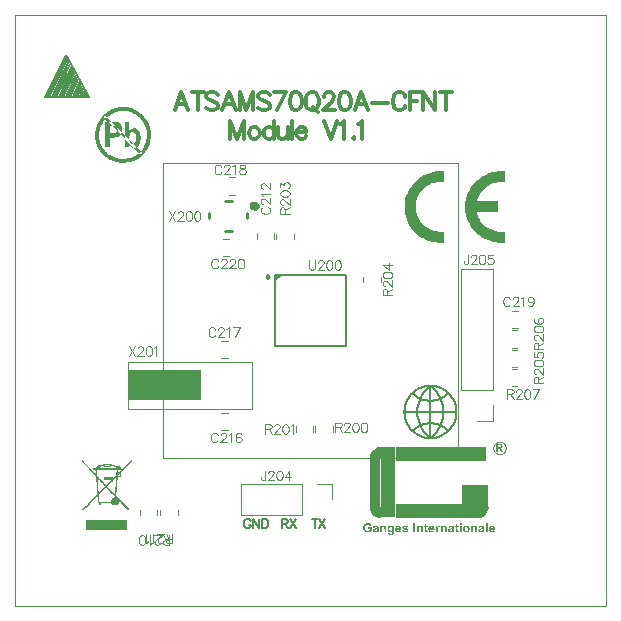
<source format=gto>
G04*
G04 #@! TF.GenerationSoftware,Altium Limited,Altium Designer,22.3.1 (43)*
G04*
G04 Layer_Color=65535*
%FSLAX25Y25*%
%MOIN*%
G70*
G04*
G04 #@! TF.SameCoordinates,697392F4-E1DC-46BD-99ED-7115868F3DC7*
G04*
G04*
G04 #@! TF.FilePolarity,Positive*
G04*
G01*
G75*
%ADD10C,0.00984*%
%ADD11C,0.01575*%
%ADD12C,0.00394*%
%ADD13C,0.00787*%
%ADD14C,0.00472*%
%ADD15C,0.01000*%
%ADD16C,0.01181*%
%ADD17R,0.24000X0.10000*%
%ADD18R,0.03636X0.16271*%
%ADD19R,0.09090X0.07544*%
%ADD20R,0.27179X0.04772*%
%ADD21R,0.05091X0.23634*%
%ADD22R,0.30087X0.04818*%
G36*
X43824Y46373D02*
X44077Y46366D01*
X44261Y46355D01*
X44341Y46342D01*
X44458Y46311D01*
Y42687D01*
X43633Y42715D01*
X42807Y42715D01*
X42043Y42648D01*
X41317Y42511D01*
X40606Y42300D01*
X39887Y42008D01*
X39588Y41867D01*
X38878Y41477D01*
X38237Y41038D01*
X37637Y40530D01*
X37404Y40304D01*
X36787Y39615D01*
X36254Y38864D01*
X35806Y38058D01*
X35447Y37200D01*
X35179Y36297D01*
X35100Y35932D01*
X35052Y35601D01*
X35020Y35196D01*
X35004Y34744D01*
X35004Y34275D01*
X35019Y33816D01*
X35051Y33395D01*
X35098Y33042D01*
X35103Y33016D01*
X35322Y32115D01*
X35635Y31256D01*
X36035Y30444D01*
X36518Y29685D01*
X37078Y28985D01*
X37710Y28350D01*
X38410Y27785D01*
X39172Y27296D01*
X39991Y26888D01*
X40714Y26616D01*
X41120Y26492D01*
X41493Y26397D01*
X41858Y26329D01*
X42241Y26283D01*
X42666Y26257D01*
X43161Y26247D01*
X43378Y26246D01*
X44458Y26247D01*
Y22637D01*
X44341Y22606D01*
X44241Y22594D01*
X44056Y22586D01*
X43805Y22581D01*
X43507Y22580D01*
X43182Y22582D01*
X42847Y22586D01*
X42523Y22594D01*
X42229Y22604D01*
X41983Y22616D01*
X41804Y22630D01*
X41802Y22631D01*
X41357Y22695D01*
X40855Y22793D01*
X40333Y22913D01*
X39831Y23049D01*
X39512Y23147D01*
X38470Y23545D01*
X37483Y24029D01*
X36554Y24595D01*
X35688Y25238D01*
X34887Y25953D01*
X34157Y26736D01*
X33500Y27582D01*
X32921Y28485D01*
X32424Y29443D01*
X32012Y30448D01*
X31690Y31499D01*
X31461Y32588D01*
X31409Y32937D01*
X31376Y33271D01*
X31353Y33681D01*
X31340Y34138D01*
X31338Y34615D01*
X31346Y35083D01*
X31365Y35516D01*
X31394Y35884D01*
X31409Y36010D01*
X31609Y37123D01*
X31906Y38198D01*
X32299Y39233D01*
X32786Y40226D01*
X33367Y41173D01*
X33677Y41609D01*
X34379Y42466D01*
X35151Y43247D01*
X35987Y43949D01*
X36882Y44570D01*
X37830Y45107D01*
X38828Y45555D01*
X39868Y45913D01*
X40945Y46176D01*
X41696Y46300D01*
X41903Y46321D01*
X42174Y46339D01*
X42491Y46354D01*
X42833Y46365D01*
X43182Y46372D01*
X43519Y46374D01*
X43824Y46373D01*
D02*
G37*
G36*
X64667Y42703D02*
X63508Y42702D01*
X63106Y42700D01*
X62789Y42695D01*
X62535Y42685D01*
X62325Y42669D01*
X62138Y42646D01*
X61954Y42613D01*
X61820Y42585D01*
X60915Y42336D01*
X60052Y41996D01*
X59237Y41571D01*
X58477Y41065D01*
X57780Y40483D01*
X57151Y39829D01*
X56599Y39109D01*
X56502Y38963D01*
X56298Y38620D01*
X56090Y38221D01*
X55889Y37792D01*
X55707Y37359D01*
X55557Y36951D01*
X55448Y36593D01*
X55424Y36492D01*
X55388Y36323D01*
X62323D01*
Y32625D01*
X55388D01*
X55424Y32456D01*
X55523Y32096D01*
X55671Y31679D01*
X55855Y31233D01*
X56064Y30784D01*
X56286Y30360D01*
X56508Y29988D01*
X56545Y29932D01*
X57111Y29178D01*
X57745Y28501D01*
X58445Y27905D01*
X59205Y27391D01*
X60022Y26962D01*
X60893Y26621D01*
X61812Y26371D01*
X61835Y26366D01*
X62041Y26324D01*
X62232Y26293D01*
X62428Y26271D01*
X62649Y26257D01*
X62918Y26249D01*
X63255Y26245D01*
X63534Y26245D01*
X64667Y26245D01*
Y22573D01*
X63534Y22580D01*
X63172Y22584D01*
X62818Y22591D01*
X62497Y22602D01*
X62229Y22614D01*
X62038Y22628D01*
X62010Y22631D01*
X61123Y22773D01*
X60210Y22998D01*
X59297Y23298D01*
X58408Y23663D01*
X57569Y24086D01*
X57349Y24212D01*
X56705Y24627D01*
X56052Y25116D01*
X55415Y25656D01*
X54820Y26224D01*
X54294Y26800D01*
X54150Y26974D01*
X53514Y27846D01*
X52958Y28782D01*
X52484Y29771D01*
X52097Y30805D01*
X51801Y31874D01*
X51599Y32968D01*
X51589Y33042D01*
X51562Y33324D01*
X51542Y33681D01*
X51531Y34087D01*
X51527Y34516D01*
X51532Y34941D01*
X51544Y35337D01*
X51564Y35678D01*
X51588Y35906D01*
X51793Y37028D01*
X52089Y38113D01*
X52474Y39154D01*
X52945Y40146D01*
X53500Y41082D01*
X54136Y41955D01*
X54150Y41972D01*
X54859Y42771D01*
X55643Y43505D01*
X56492Y44168D01*
X57396Y44755D01*
X58345Y45258D01*
X59329Y45672D01*
X60340Y45991D01*
X60735Y46088D01*
X61223Y46189D01*
X61676Y46265D01*
X62124Y46319D01*
X62596Y46353D01*
X63121Y46370D01*
X63560Y46374D01*
X64667Y46375D01*
Y42703D01*
D02*
G37*
G36*
X-11811Y10010D02*
Y11811D01*
X-10010D01*
X-11811Y10010D01*
D02*
G37*
G36*
X23472Y-49298D02*
X19745D01*
Y-48930D01*
X19888Y-48210D01*
X20169Y-47532D01*
X20577Y-46922D01*
X21096Y-46403D01*
X21707Y-45995D01*
X22385Y-45714D01*
X23105Y-45571D01*
X23472D01*
Y-49298D01*
D02*
G37*
G36*
X-59636Y-49944D02*
X-59639Y-50287D01*
X-61417Y-52094D01*
X-63195Y-53901D01*
X-63197Y-54730D01*
X-63198Y-55559D01*
X-64281D01*
X-64309Y-55770D01*
X-64319Y-55866D01*
X-64337Y-56046D01*
X-64362Y-56301D01*
X-64391Y-56618D01*
X-64425Y-56989D01*
X-64462Y-57400D01*
X-64502Y-57843D01*
X-64543Y-58305D01*
X-64585Y-58777D01*
X-64626Y-59247D01*
X-64666Y-59705D01*
X-64704Y-60140D01*
X-64739Y-60542D01*
X-64769Y-60898D01*
X-64795Y-61200D01*
X-64814Y-61435D01*
X-64826Y-61593D01*
X-64830Y-61664D01*
X-64830Y-61664D01*
X-64800Y-61721D01*
X-64709Y-61838D01*
X-64556Y-62016D01*
X-64339Y-62258D01*
X-64058Y-62564D01*
X-63711Y-62936D01*
X-63297Y-63375D01*
X-62815Y-63883D01*
X-62680Y-64025D01*
X-60531Y-66277D01*
X-60878Y-66624D01*
X-61159Y-66318D01*
X-61262Y-66207D01*
X-61423Y-66036D01*
X-61631Y-65816D01*
X-61875Y-65558D01*
X-62146Y-65273D01*
X-62432Y-64973D01*
X-62603Y-64793D01*
X-62924Y-64457D01*
X-63183Y-64188D01*
X-63388Y-63981D01*
X-63544Y-63830D01*
X-63658Y-63732D01*
X-63738Y-63682D01*
X-63789Y-63674D01*
X-63818Y-63703D01*
X-63832Y-63765D01*
X-63837Y-63854D01*
X-63838Y-63879D01*
X-63875Y-64047D01*
X-63967Y-64251D01*
X-64094Y-64458D01*
X-64239Y-64635D01*
X-64297Y-64690D01*
X-64595Y-64882D01*
X-64944Y-64989D01*
X-65252Y-65015D01*
X-65601Y-64967D01*
X-65923Y-64826D01*
X-66208Y-64597D01*
X-66261Y-64540D01*
X-66453Y-64322D01*
X-69782D01*
Y-65015D01*
X-70673D01*
Y-64691D01*
X-70684Y-64470D01*
X-70722Y-64317D01*
X-70768Y-64233D01*
X-70800Y-64173D01*
X-70828Y-64087D01*
X-70853Y-63961D01*
X-70877Y-63782D01*
X-70902Y-63538D01*
X-70930Y-63215D01*
X-70949Y-62975D01*
X-71036Y-61852D01*
X-73172Y-64015D01*
X-73558Y-64406D01*
X-73928Y-64783D01*
X-74277Y-65137D01*
X-74596Y-65462D01*
X-74880Y-65752D01*
X-75121Y-65999D01*
X-75313Y-66196D01*
X-75448Y-66336D01*
X-75521Y-66413D01*
X-75641Y-66535D01*
X-75740Y-66620D01*
X-75794Y-66649D01*
X-75863Y-66615D01*
X-75962Y-66532D01*
X-75996Y-66499D01*
X-76140Y-66349D01*
X-75350Y-65546D01*
X-75148Y-65341D01*
X-74888Y-65078D01*
X-74581Y-64767D01*
X-74239Y-64421D01*
X-73872Y-64051D01*
X-73493Y-63668D01*
X-73112Y-63284D01*
X-72839Y-63008D01*
X-72424Y-62589D01*
X-72075Y-62234D01*
X-71789Y-61938D01*
X-71559Y-61697D01*
X-71383Y-61506D01*
X-71295Y-61406D01*
X-71255Y-61360D01*
X-71171Y-61254D01*
X-71127Y-61184D01*
X-71117Y-61152D01*
X-71121Y-61081D01*
X-71132Y-60921D01*
X-71150Y-60680D01*
X-71175Y-60369D01*
X-71204Y-59996D01*
X-71239Y-59570D01*
X-71277Y-59101D01*
X-71318Y-58598D01*
X-71352Y-58195D01*
X-71541Y-55928D01*
X-71588Y-55361D01*
X-73953Y-52875D01*
X-76317Y-50388D01*
X-76315Y-50041D01*
X-76313Y-49693D01*
X-75931Y-50101D01*
X-75718Y-50329D01*
X-75465Y-50596D01*
X-75181Y-50896D01*
X-74872Y-51222D01*
X-74545Y-51566D01*
X-74206Y-51921D01*
X-73863Y-52280D01*
X-73522Y-52637D01*
X-73190Y-52984D01*
X-72874Y-53313D01*
X-72580Y-53619D01*
X-72316Y-53893D01*
X-72089Y-54128D01*
X-71904Y-54318D01*
X-71770Y-54455D01*
X-71692Y-54533D01*
X-71675Y-54548D01*
X-71674Y-54496D01*
X-71680Y-54364D01*
X-71693Y-54169D01*
X-71711Y-53929D01*
X-71719Y-53834D01*
X-71778Y-53134D01*
X-72406D01*
Y-52688D01*
X-72139D01*
X-71983Y-52684D01*
X-71898Y-52663D01*
X-71888Y-52651D01*
X-71857Y-52614D01*
X-71840Y-52561D01*
X-71772Y-52424D01*
X-71642Y-52258D01*
X-71472Y-52088D01*
X-71284Y-51936D01*
X-71161Y-51858D01*
X-71020Y-51771D01*
X-70948Y-51698D01*
X-70923Y-51613D01*
X-70921Y-51562D01*
Y-51550D01*
X-70921Y-51401D01*
X-70504D01*
X-70312Y-51406D01*
X-70163Y-51418D01*
X-70080Y-51436D01*
X-70071Y-51443D01*
X-70018Y-51454D01*
X-69890Y-51449D01*
X-69708Y-51431D01*
X-69584Y-51413D01*
X-69359Y-51379D01*
X-69153Y-51349D01*
X-68998Y-51326D01*
X-68953Y-51320D01*
X-68834Y-51283D01*
X-68792Y-51226D01*
X-68779Y-51202D01*
X-68733Y-51184D01*
X-68643Y-51171D01*
X-68497Y-51162D01*
X-68285Y-51157D01*
X-67995Y-51154D01*
X-67654Y-51153D01*
X-67289Y-51154D01*
X-67012Y-51156D01*
X-66810Y-51160D01*
X-66672Y-51167D01*
X-66585Y-51179D01*
X-66538Y-51196D01*
X-66518Y-51220D01*
X-66515Y-51247D01*
X-66485Y-51334D01*
X-66385Y-51383D01*
X-66205Y-51401D01*
X-66172Y-51401D01*
X-65866Y-51433D01*
X-65519Y-51519D01*
X-65161Y-51650D01*
X-64824Y-51812D01*
X-64540Y-51995D01*
X-64504Y-52024D01*
X-64384Y-52118D01*
X-64313Y-52156D01*
X-64263Y-52144D01*
X-64212Y-52093D01*
X-64062Y-51995D01*
X-63866Y-51957D01*
X-63655Y-51977D01*
X-63460Y-52051D01*
X-63310Y-52176D01*
X-63299Y-52190D01*
X-63187Y-52424D01*
X-63166Y-52665D01*
X-63234Y-52895D01*
X-63389Y-53095D01*
X-63408Y-53111D01*
X-63518Y-53190D01*
X-63630Y-53224D01*
X-63786Y-53227D01*
X-63826Y-53224D01*
X-63979Y-53219D01*
X-64058Y-53232D01*
X-64087Y-53271D01*
X-64090Y-53307D01*
X-64096Y-53412D01*
X-64110Y-53571D01*
X-64121Y-53666D01*
X-64137Y-53816D01*
X-64130Y-53894D01*
X-64093Y-53922D01*
X-64026Y-53926D01*
X-63987Y-53913D01*
X-63923Y-53872D01*
X-63830Y-53797D01*
X-63704Y-53686D01*
X-63539Y-53532D01*
X-63331Y-53331D01*
X-63075Y-53079D01*
X-62767Y-52772D01*
X-62401Y-52405D01*
X-61973Y-51972D01*
X-61767Y-51764D01*
X-59634Y-49601D01*
X-59636Y-49944D01*
D02*
G37*
G36*
X59287Y-65927D02*
X59148Y-66629D01*
X58873Y-67291D01*
X58476Y-67886D01*
X57969Y-68393D01*
X57374Y-68791D01*
X56712Y-69064D01*
X56010Y-69204D01*
X55652D01*
Y-65569D01*
X59287D01*
Y-65927D01*
D02*
G37*
G36*
X23381Y-69204D02*
X23023D01*
X22320Y-69064D01*
X21659Y-68791D01*
X21063Y-68393D01*
X20557Y-67886D01*
X20159Y-67291D01*
X19885Y-66629D01*
X19745Y-65927D01*
Y-65569D01*
X23381D01*
Y-69204D01*
D02*
G37*
G36*
X-61119Y-73381D02*
X-74980D01*
Y-69965D01*
X-61119D01*
Y-73381D01*
D02*
G37*
G36*
X-62042Y67797D02*
X-61829Y67773D01*
X-61615Y67749D01*
X-61355Y67726D01*
X-60786Y67631D01*
X-60170Y67513D01*
X-59531Y67323D01*
X-58891Y67086D01*
X-58867D01*
X-58820Y67062D01*
X-58725Y67015D01*
X-58607Y66944D01*
X-58464Y66873D01*
X-58275Y66778D01*
X-57872Y66565D01*
X-57422Y66281D01*
X-56925Y65925D01*
X-56427Y65522D01*
X-55930Y65072D01*
X-55906Y65049D01*
X-55882Y65025D01*
X-55811Y64954D01*
X-55717Y64859D01*
X-55622Y64741D01*
X-55503Y64575D01*
X-55219Y64243D01*
X-54887Y63793D01*
X-54556Y63296D01*
X-54224Y62727D01*
X-53940Y62111D01*
Y62088D01*
X-53916Y62040D01*
X-53869Y61945D01*
X-53821Y61827D01*
X-53774Y61661D01*
X-53703Y61471D01*
X-53632Y61258D01*
X-53561Y61021D01*
X-53442Y60476D01*
X-53324Y59884D01*
X-53229Y59197D01*
X-53205Y58487D01*
Y58463D01*
Y58392D01*
Y58297D01*
Y58155D01*
X-53229Y57989D01*
X-53253Y57800D01*
X-53276Y57563D01*
X-53300Y57326D01*
X-53395Y56757D01*
X-53513Y56141D01*
X-53703Y55502D01*
X-53940Y54862D01*
Y54838D01*
X-53964Y54791D01*
X-54011Y54696D01*
X-54082Y54578D01*
X-54153Y54436D01*
X-54248Y54270D01*
X-54461Y53867D01*
X-54745Y53393D01*
X-55077Y52896D01*
X-55480Y52398D01*
X-55930Y51901D01*
X-55953Y51877D01*
X-55977Y51853D01*
X-56048Y51782D01*
X-56143Y51688D01*
X-56261Y51593D01*
X-56427Y51451D01*
X-56783Y51166D01*
X-57209Y50858D01*
X-57706Y50503D01*
X-58299Y50195D01*
X-58915Y49887D01*
X-58938D01*
X-58986Y49863D01*
X-59080Y49816D01*
X-59199Y49769D01*
X-59365Y49721D01*
X-59554Y49674D01*
X-59768Y49603D01*
X-60004Y49532D01*
X-60549Y49413D01*
X-61165Y49295D01*
X-61829Y49200D01*
X-62539Y49176D01*
X-62729D01*
X-62871Y49200D01*
X-63037D01*
X-63226Y49224D01*
X-63463Y49248D01*
X-63700Y49271D01*
X-64269Y49342D01*
X-64885Y49484D01*
X-65524Y49650D01*
X-66164Y49887D01*
X-66188D01*
X-66235Y49911D01*
X-66330Y49958D01*
X-66448Y50029D01*
X-66590Y50100D01*
X-66756Y50195D01*
X-67159Y50408D01*
X-67633Y50693D01*
X-68130Y51048D01*
X-68628Y51451D01*
X-69125Y51901D01*
X-69149Y51925D01*
X-69172Y51948D01*
X-69244Y52019D01*
X-69338Y52138D01*
X-69433Y52256D01*
X-69575Y52398D01*
X-69859Y52754D01*
X-70167Y53204D01*
X-70523Y53701D01*
X-70831Y54270D01*
X-71139Y54886D01*
Y54909D01*
X-71162Y54957D01*
X-71210Y55051D01*
X-71257Y55194D01*
X-71305Y55336D01*
X-71352Y55525D01*
X-71423Y55739D01*
X-71494Y55976D01*
X-71613Y56520D01*
X-71731Y57136D01*
X-71826Y57800D01*
X-71849Y58487D01*
Y58510D01*
Y58581D01*
Y58676D01*
X-71826Y58818D01*
Y58984D01*
X-71802Y59197D01*
X-71778Y59411D01*
X-71755Y59671D01*
X-71684Y60216D01*
X-71541Y60832D01*
X-71376Y61471D01*
X-71139Y62111D01*
Y62135D01*
X-71115Y62182D01*
X-71068Y62277D01*
X-70997Y62395D01*
X-70925Y62538D01*
X-70831Y62727D01*
X-70618Y63130D01*
X-70333Y63580D01*
X-69978Y64077D01*
X-69575Y64575D01*
X-69125Y65072D01*
X-69101Y65096D01*
X-69078Y65120D01*
X-69007Y65191D01*
X-68888Y65286D01*
X-68770Y65404D01*
X-68628Y65522D01*
X-68272Y65807D01*
X-67822Y66138D01*
X-67325Y66470D01*
X-66756Y66778D01*
X-66140Y67086D01*
X-66116D01*
X-66069Y67110D01*
X-65974Y67157D01*
X-65832Y67204D01*
X-65690Y67252D01*
X-65500Y67323D01*
X-65287Y67394D01*
X-65050Y67465D01*
X-64505Y67584D01*
X-63890Y67702D01*
X-63226Y67797D01*
X-62539Y67821D01*
X-62208D01*
X-62042Y67797D01*
D02*
G37*
G36*
X50321Y-71511D02*
X49740D01*
Y-70973D01*
X50321D01*
Y-71511D01*
D02*
G37*
G36*
X19049Y-70921D02*
X19097Y-70925D01*
X19154Y-70929D01*
X19215Y-70934D01*
X19281Y-70947D01*
X19421Y-70973D01*
X19565Y-71017D01*
X19639Y-71043D01*
X19709Y-71074D01*
X19774Y-71109D01*
X19836Y-71152D01*
X19840Y-71157D01*
X19849Y-71161D01*
X19866Y-71178D01*
X19888Y-71196D01*
X19914Y-71218D01*
X19941Y-71248D01*
X19971Y-71283D01*
X20006Y-71323D01*
X20041Y-71366D01*
X20076Y-71414D01*
X20111Y-71467D01*
X20142Y-71528D01*
X20177Y-71589D01*
X20203Y-71655D01*
X20229Y-71729D01*
X20246Y-71803D01*
X19639Y-71917D01*
Y-71913D01*
X19635Y-71908D01*
X19626Y-71882D01*
X19609Y-71843D01*
X19582Y-71790D01*
X19552Y-71733D01*
X19508Y-71677D01*
X19455Y-71620D01*
X19394Y-71567D01*
X19386Y-71563D01*
X19364Y-71545D01*
X19324Y-71524D01*
X19276Y-71502D01*
X19211Y-71476D01*
X19137Y-71458D01*
X19053Y-71441D01*
X18957Y-71436D01*
X18918D01*
X18892Y-71441D01*
X18857Y-71445D01*
X18817Y-71449D01*
X18774Y-71458D01*
X18726Y-71467D01*
X18625Y-71497D01*
X18573Y-71519D01*
X18520Y-71545D01*
X18468Y-71576D01*
X18416Y-71607D01*
X18367Y-71650D01*
X18319Y-71694D01*
X18315Y-71698D01*
X18311Y-71707D01*
X18297Y-71720D01*
X18284Y-71742D01*
X18267Y-71768D01*
X18245Y-71799D01*
X18223Y-71838D01*
X18206Y-71882D01*
X18184Y-71934D01*
X18162Y-71991D01*
X18140Y-72052D01*
X18123Y-72118D01*
X18110Y-72192D01*
X18096Y-72275D01*
X18092Y-72358D01*
X18088Y-72450D01*
Y-72455D01*
Y-72472D01*
Y-72502D01*
X18092Y-72537D01*
X18096Y-72586D01*
X18101Y-72634D01*
X18110Y-72695D01*
X18118Y-72756D01*
X18145Y-72887D01*
X18188Y-73023D01*
X18214Y-73088D01*
X18245Y-73149D01*
X18284Y-73211D01*
X18324Y-73263D01*
X18328Y-73267D01*
X18337Y-73276D01*
X18350Y-73289D01*
X18367Y-73307D01*
X18394Y-73324D01*
X18420Y-73350D01*
X18455Y-73372D01*
X18494Y-73398D01*
X18538Y-73425D01*
X18582Y-73447D01*
X18691Y-73490D01*
X18752Y-73508D01*
X18813Y-73521D01*
X18883Y-73529D01*
X18953Y-73534D01*
X18988D01*
X19023Y-73529D01*
X19075Y-73525D01*
X19132Y-73516D01*
X19198Y-73503D01*
X19268Y-73486D01*
X19338Y-73460D01*
X19342D01*
X19346Y-73455D01*
X19368Y-73447D01*
X19408Y-73429D01*
X19451Y-73407D01*
X19504Y-73381D01*
X19560Y-73350D01*
X19617Y-73315D01*
X19670Y-73276D01*
Y-72887D01*
X18970D01*
Y-72376D01*
X20286D01*
Y-73591D01*
X20277Y-73599D01*
X20264Y-73608D01*
X20251Y-73621D01*
X20229Y-73639D01*
X20207Y-73656D01*
X20146Y-73700D01*
X20063Y-73748D01*
X19967Y-73805D01*
X19858Y-73862D01*
X19726Y-73914D01*
X19722D01*
X19709Y-73918D01*
X19692Y-73927D01*
X19665Y-73936D01*
X19630Y-73945D01*
X19591Y-73958D01*
X19547Y-73971D01*
X19499Y-73984D01*
X19390Y-74010D01*
X19263Y-74032D01*
X19132Y-74050D01*
X18992Y-74054D01*
X18944D01*
X18914Y-74050D01*
X18870D01*
X18822Y-74045D01*
X18769Y-74036D01*
X18708Y-74028D01*
X18582Y-74006D01*
X18442Y-73971D01*
X18297Y-73923D01*
X18232Y-73892D01*
X18162Y-73857D01*
X18158Y-73853D01*
X18149Y-73848D01*
X18127Y-73835D01*
X18105Y-73818D01*
X18075Y-73800D01*
X18044Y-73774D01*
X18005Y-73744D01*
X17965Y-73709D01*
X17878Y-73630D01*
X17790Y-73529D01*
X17707Y-73416D01*
X17633Y-73285D01*
Y-73280D01*
X17625Y-73267D01*
X17616Y-73245D01*
X17607Y-73219D01*
X17594Y-73184D01*
X17576Y-73145D01*
X17563Y-73097D01*
X17546Y-73044D01*
X17528Y-72988D01*
X17515Y-72922D01*
X17485Y-72787D01*
X17467Y-72638D01*
X17458Y-72476D01*
Y-72472D01*
Y-72455D01*
Y-72428D01*
X17463Y-72398D01*
Y-72354D01*
X17467Y-72306D01*
X17476Y-72253D01*
X17485Y-72192D01*
X17506Y-72066D01*
X17541Y-71921D01*
X17590Y-71777D01*
X17620Y-71707D01*
X17655Y-71637D01*
X17660Y-71633D01*
X17664Y-71620D01*
X17677Y-71602D01*
X17690Y-71576D01*
X17712Y-71545D01*
X17738Y-71511D01*
X17769Y-71471D01*
X17799Y-71428D01*
X17839Y-71384D01*
X17882Y-71336D01*
X17930Y-71288D01*
X17983Y-71240D01*
X18040Y-71196D01*
X18096Y-71148D01*
X18232Y-71069D01*
X18236D01*
X18245Y-71060D01*
X18262Y-71056D01*
X18284Y-71043D01*
X18315Y-71034D01*
X18346Y-71021D01*
X18389Y-71008D01*
X18433Y-70991D01*
X18481Y-70977D01*
X18538Y-70964D01*
X18599Y-70951D01*
X18660Y-70938D01*
X18800Y-70921D01*
X18957Y-70916D01*
X19010D01*
X19049Y-70921D01*
D02*
G37*
G36*
X42839Y-71760D02*
X42887Y-71768D01*
X42949Y-71781D01*
X43014Y-71803D01*
X43080Y-71830D01*
X43150Y-71869D01*
X42966Y-72371D01*
X42962Y-72367D01*
X42940Y-72358D01*
X42914Y-72341D01*
X42879Y-72323D01*
X42835Y-72306D01*
X42791Y-72288D01*
X42743Y-72280D01*
X42695Y-72275D01*
X42678D01*
X42652Y-72280D01*
X42625Y-72284D01*
X42595Y-72293D01*
X42560Y-72306D01*
X42525Y-72323D01*
X42490Y-72345D01*
X42485Y-72350D01*
X42477Y-72358D01*
X42459Y-72376D01*
X42442Y-72402D01*
X42420Y-72433D01*
X42398Y-72476D01*
X42376Y-72529D01*
X42359Y-72590D01*
Y-72599D01*
X42354Y-72612D01*
X42350Y-72625D01*
Y-72647D01*
X42346Y-72673D01*
X42341Y-72708D01*
X42337Y-72747D01*
X42333Y-72791D01*
X42328Y-72848D01*
X42324Y-72905D01*
Y-72974D01*
X42319Y-73049D01*
X42315Y-73132D01*
Y-73224D01*
Y-73324D01*
Y-73997D01*
X41734D01*
Y-71803D01*
X42271D01*
Y-72114D01*
X42276Y-72109D01*
X42293Y-72083D01*
X42319Y-72044D01*
X42354Y-71996D01*
X42389Y-71948D01*
X42433Y-71899D01*
X42472Y-71856D01*
X42516Y-71825D01*
X42520Y-71821D01*
X42533Y-71812D01*
X42560Y-71803D01*
X42590Y-71790D01*
X42625Y-71777D01*
X42669Y-71764D01*
X42713Y-71760D01*
X42765Y-71755D01*
X42800D01*
X42839Y-71760D01*
D02*
G37*
G36*
X54822D02*
X54870Y-71764D01*
X54922Y-71773D01*
X54979Y-71786D01*
X55040Y-71803D01*
X55102Y-71825D01*
X55110Y-71830D01*
X55128Y-71838D01*
X55158Y-71851D01*
X55193Y-71873D01*
X55233Y-71899D01*
X55272Y-71930D01*
X55311Y-71965D01*
X55346Y-72004D01*
X55351Y-72009D01*
X55359Y-72022D01*
X55373Y-72044D01*
X55390Y-72074D01*
X55412Y-72109D01*
X55429Y-72153D01*
X55447Y-72197D01*
X55460Y-72249D01*
Y-72253D01*
X55464Y-72275D01*
X55473Y-72306D01*
X55477Y-72350D01*
X55486Y-72402D01*
X55490Y-72472D01*
X55495Y-72546D01*
Y-72638D01*
Y-73997D01*
X54914D01*
Y-72883D01*
Y-72878D01*
Y-72865D01*
Y-72848D01*
Y-72826D01*
Y-72795D01*
Y-72765D01*
X54909Y-72690D01*
X54905Y-72616D01*
X54896Y-72537D01*
X54887Y-72472D01*
X54883Y-72446D01*
X54874Y-72424D01*
Y-72420D01*
X54866Y-72406D01*
X54857Y-72389D01*
X54844Y-72363D01*
X54804Y-72310D01*
X54783Y-72284D01*
X54752Y-72262D01*
X54748Y-72258D01*
X54739Y-72253D01*
X54721Y-72245D01*
X54695Y-72232D01*
X54665Y-72219D01*
X54634Y-72210D01*
X54595Y-72205D01*
X54551Y-72201D01*
X54525D01*
X54499Y-72205D01*
X54464Y-72210D01*
X54420Y-72223D01*
X54376Y-72236D01*
X54328Y-72258D01*
X54280Y-72284D01*
X54276Y-72288D01*
X54263Y-72297D01*
X54241Y-72319D01*
X54215Y-72341D01*
X54188Y-72376D01*
X54162Y-72411D01*
X54136Y-72459D01*
X54118Y-72507D01*
Y-72511D01*
X54110Y-72533D01*
X54105Y-72568D01*
X54097Y-72620D01*
X54092Y-72651D01*
X54088Y-72690D01*
X54083Y-72730D01*
Y-72778D01*
X54079Y-72826D01*
X54075Y-72883D01*
Y-72944D01*
Y-73010D01*
Y-73997D01*
X53493D01*
Y-71803D01*
X54031D01*
Y-72127D01*
X54035Y-72122D01*
X54044Y-72109D01*
X54062Y-72092D01*
X54083Y-72070D01*
X54110Y-72039D01*
X54145Y-72009D01*
X54184Y-71974D01*
X54228Y-71939D01*
X54276Y-71908D01*
X54333Y-71873D01*
X54389Y-71843D01*
X54455Y-71812D01*
X54525Y-71790D01*
X54595Y-71773D01*
X54673Y-71760D01*
X54752Y-71755D01*
X54783D01*
X54822Y-71760D01*
D02*
G37*
G36*
X44723D02*
X44771Y-71764D01*
X44823Y-71773D01*
X44880Y-71786D01*
X44941Y-71803D01*
X45002Y-71825D01*
X45011Y-71830D01*
X45029Y-71838D01*
X45059Y-71851D01*
X45094Y-71873D01*
X45134Y-71899D01*
X45173Y-71930D01*
X45212Y-71965D01*
X45247Y-72004D01*
X45252Y-72009D01*
X45260Y-72022D01*
X45274Y-72044D01*
X45291Y-72074D01*
X45313Y-72109D01*
X45330Y-72153D01*
X45348Y-72197D01*
X45361Y-72249D01*
Y-72253D01*
X45365Y-72275D01*
X45374Y-72306D01*
X45378Y-72350D01*
X45387Y-72402D01*
X45391Y-72472D01*
X45396Y-72546D01*
Y-72638D01*
Y-73997D01*
X44815D01*
Y-72883D01*
Y-72878D01*
Y-72865D01*
Y-72848D01*
Y-72826D01*
Y-72795D01*
Y-72765D01*
X44810Y-72690D01*
X44806Y-72616D01*
X44797Y-72537D01*
X44788Y-72472D01*
X44784Y-72446D01*
X44775Y-72424D01*
Y-72420D01*
X44767Y-72406D01*
X44758Y-72389D01*
X44745Y-72363D01*
X44705Y-72310D01*
X44684Y-72284D01*
X44653Y-72262D01*
X44649Y-72258D01*
X44640Y-72253D01*
X44622Y-72245D01*
X44596Y-72232D01*
X44565Y-72219D01*
X44535Y-72210D01*
X44496Y-72205D01*
X44452Y-72201D01*
X44426D01*
X44399Y-72205D01*
X44365Y-72210D01*
X44321Y-72223D01*
X44277Y-72236D01*
X44229Y-72258D01*
X44181Y-72284D01*
X44177Y-72288D01*
X44164Y-72297D01*
X44142Y-72319D01*
X44115Y-72341D01*
X44089Y-72376D01*
X44063Y-72411D01*
X44037Y-72459D01*
X44019Y-72507D01*
Y-72511D01*
X44011Y-72533D01*
X44006Y-72568D01*
X43997Y-72620D01*
X43993Y-72651D01*
X43989Y-72690D01*
X43984Y-72730D01*
Y-72778D01*
X43980Y-72826D01*
X43976Y-72883D01*
Y-72944D01*
Y-73010D01*
Y-73997D01*
X43394D01*
Y-71803D01*
X43932D01*
Y-72127D01*
X43936Y-72122D01*
X43945Y-72109D01*
X43962Y-72092D01*
X43984Y-72070D01*
X44011Y-72039D01*
X44045Y-72009D01*
X44085Y-71974D01*
X44129Y-71939D01*
X44177Y-71908D01*
X44233Y-71873D01*
X44290Y-71843D01*
X44356Y-71812D01*
X44426Y-71790D01*
X44496Y-71773D01*
X44574Y-71760D01*
X44653Y-71755D01*
X44684D01*
X44723Y-71760D01*
D02*
G37*
G36*
X36739D02*
X36787Y-71764D01*
X36839Y-71773D01*
X36896Y-71786D01*
X36957Y-71803D01*
X37018Y-71825D01*
X37027Y-71830D01*
X37045Y-71838D01*
X37075Y-71851D01*
X37110Y-71873D01*
X37150Y-71899D01*
X37189Y-71930D01*
X37228Y-71965D01*
X37263Y-72004D01*
X37268Y-72009D01*
X37276Y-72022D01*
X37290Y-72044D01*
X37307Y-72074D01*
X37329Y-72109D01*
X37346Y-72153D01*
X37364Y-72197D01*
X37377Y-72249D01*
Y-72253D01*
X37381Y-72275D01*
X37390Y-72306D01*
X37394Y-72350D01*
X37403Y-72402D01*
X37407Y-72472D01*
X37412Y-72546D01*
Y-72638D01*
Y-73997D01*
X36831D01*
Y-72883D01*
Y-72878D01*
Y-72865D01*
Y-72848D01*
Y-72826D01*
Y-72795D01*
Y-72765D01*
X36826Y-72690D01*
X36822Y-72616D01*
X36813Y-72537D01*
X36804Y-72472D01*
X36800Y-72446D01*
X36791Y-72424D01*
Y-72420D01*
X36783Y-72406D01*
X36774Y-72389D01*
X36761Y-72363D01*
X36721Y-72310D01*
X36700Y-72284D01*
X36669Y-72262D01*
X36665Y-72258D01*
X36656Y-72253D01*
X36638Y-72245D01*
X36612Y-72232D01*
X36582Y-72219D01*
X36551Y-72210D01*
X36512Y-72205D01*
X36468Y-72201D01*
X36442D01*
X36415Y-72205D01*
X36380Y-72210D01*
X36337Y-72223D01*
X36293Y-72236D01*
X36245Y-72258D01*
X36197Y-72284D01*
X36193Y-72288D01*
X36180Y-72297D01*
X36158Y-72319D01*
X36131Y-72341D01*
X36105Y-72376D01*
X36079Y-72411D01*
X36053Y-72459D01*
X36035Y-72507D01*
Y-72511D01*
X36027Y-72533D01*
X36022Y-72568D01*
X36013Y-72620D01*
X36009Y-72651D01*
X36005Y-72690D01*
X36000Y-72730D01*
Y-72778D01*
X35996Y-72826D01*
X35992Y-72883D01*
Y-72944D01*
Y-73010D01*
Y-73997D01*
X35410D01*
Y-71803D01*
X35948D01*
Y-72127D01*
X35952Y-72122D01*
X35961Y-72109D01*
X35978Y-72092D01*
X36000Y-72070D01*
X36027Y-72039D01*
X36061Y-72009D01*
X36101Y-71974D01*
X36145Y-71939D01*
X36193Y-71908D01*
X36249Y-71873D01*
X36306Y-71843D01*
X36372Y-71812D01*
X36442Y-71790D01*
X36512Y-71773D01*
X36590Y-71760D01*
X36669Y-71755D01*
X36700D01*
X36739Y-71760D01*
D02*
G37*
G36*
X24520D02*
X24568Y-71764D01*
X24621Y-71773D01*
X24678Y-71786D01*
X24739Y-71803D01*
X24800Y-71825D01*
X24809Y-71830D01*
X24826Y-71838D01*
X24857Y-71851D01*
X24892Y-71873D01*
X24931Y-71899D01*
X24971Y-71930D01*
X25010Y-71965D01*
X25045Y-72004D01*
X25049Y-72009D01*
X25058Y-72022D01*
X25071Y-72044D01*
X25089Y-72074D01*
X25110Y-72109D01*
X25128Y-72153D01*
X25145Y-72197D01*
X25158Y-72249D01*
Y-72253D01*
X25163Y-72275D01*
X25172Y-72306D01*
X25176Y-72350D01*
X25185Y-72402D01*
X25189Y-72472D01*
X25193Y-72546D01*
Y-72638D01*
Y-73997D01*
X24612D01*
Y-72883D01*
Y-72878D01*
Y-72865D01*
Y-72848D01*
Y-72826D01*
Y-72795D01*
Y-72765D01*
X24608Y-72690D01*
X24603Y-72616D01*
X24595Y-72537D01*
X24586Y-72472D01*
X24581Y-72446D01*
X24573Y-72424D01*
Y-72420D01*
X24564Y-72406D01*
X24555Y-72389D01*
X24542Y-72363D01*
X24503Y-72310D01*
X24481Y-72284D01*
X24450Y-72262D01*
X24446Y-72258D01*
X24437Y-72253D01*
X24420Y-72245D01*
X24394Y-72232D01*
X24363Y-72219D01*
X24332Y-72210D01*
X24293Y-72205D01*
X24249Y-72201D01*
X24223D01*
X24197Y-72205D01*
X24162Y-72210D01*
X24118Y-72223D01*
X24075Y-72236D01*
X24026Y-72258D01*
X23979Y-72284D01*
X23974Y-72288D01*
X23961Y-72297D01*
X23939Y-72319D01*
X23913Y-72341D01*
X23887Y-72376D01*
X23860Y-72411D01*
X23834Y-72459D01*
X23817Y-72507D01*
Y-72511D01*
X23808Y-72533D01*
X23804Y-72568D01*
X23795Y-72620D01*
X23791Y-72651D01*
X23786Y-72690D01*
X23782Y-72730D01*
Y-72778D01*
X23777Y-72826D01*
X23773Y-72883D01*
Y-72944D01*
Y-73010D01*
Y-73997D01*
X23192D01*
Y-71803D01*
X23729D01*
Y-72127D01*
X23734Y-72122D01*
X23742Y-72109D01*
X23760Y-72092D01*
X23782Y-72070D01*
X23808Y-72039D01*
X23843Y-72009D01*
X23882Y-71974D01*
X23926Y-71939D01*
X23974Y-71908D01*
X24031Y-71873D01*
X24088Y-71843D01*
X24153Y-71812D01*
X24223Y-71790D01*
X24293Y-71773D01*
X24372Y-71760D01*
X24450Y-71755D01*
X24481D01*
X24520Y-71760D01*
D02*
G37*
G36*
X31622D02*
X31665Y-71764D01*
X31713Y-71768D01*
X31766Y-71773D01*
X31875Y-71790D01*
X31984Y-71816D01*
X32089Y-71856D01*
X32137Y-71878D01*
X32181Y-71904D01*
X32185D01*
X32190Y-71913D01*
X32216Y-71930D01*
X32255Y-71965D01*
X32299Y-72013D01*
X32351Y-72070D01*
X32399Y-72144D01*
X32447Y-72232D01*
X32482Y-72332D01*
X31936Y-72433D01*
Y-72428D01*
X31927Y-72411D01*
X31919Y-72389D01*
X31906Y-72363D01*
X31888Y-72328D01*
X31862Y-72297D01*
X31836Y-72267D01*
X31801Y-72240D01*
X31796Y-72236D01*
X31783Y-72227D01*
X31761Y-72219D01*
X31731Y-72205D01*
X31692Y-72192D01*
X31644Y-72179D01*
X31587Y-72175D01*
X31521Y-72170D01*
X31482D01*
X31442Y-72175D01*
X31394Y-72179D01*
X31337Y-72188D01*
X31285Y-72197D01*
X31237Y-72214D01*
X31193Y-72236D01*
X31189D01*
X31185Y-72245D01*
X31163Y-72267D01*
X31137Y-72306D01*
X31132Y-72328D01*
X31128Y-72354D01*
Y-72358D01*
Y-72363D01*
X31137Y-72389D01*
X31154Y-72424D01*
X31167Y-72441D01*
X31185Y-72459D01*
X31189Y-72463D01*
X31207Y-72468D01*
X31215Y-72476D01*
X31233Y-72481D01*
X31255Y-72489D01*
X31281Y-72502D01*
X31316Y-72511D01*
X31351Y-72524D01*
X31394Y-72537D01*
X31447Y-72551D01*
X31504Y-72568D01*
X31569Y-72586D01*
X31644Y-72603D01*
X31727Y-72625D01*
X31731D01*
X31748Y-72629D01*
X31770Y-72634D01*
X31801Y-72642D01*
X31840Y-72655D01*
X31884Y-72664D01*
X31980Y-72695D01*
X32089Y-72734D01*
X32194Y-72778D01*
X32247Y-72804D01*
X32295Y-72826D01*
X32334Y-72856D01*
X32373Y-72883D01*
X32382Y-72891D01*
X32404Y-72909D01*
X32430Y-72944D01*
X32465Y-72992D01*
X32500Y-73053D01*
X32526Y-73127D01*
X32548Y-73215D01*
X32557Y-73311D01*
Y-73315D01*
Y-73324D01*
Y-73342D01*
X32552Y-73363D01*
X32548Y-73385D01*
X32544Y-73416D01*
X32526Y-73490D01*
X32496Y-73569D01*
X32474Y-73612D01*
X32452Y-73656D01*
X32421Y-73700D01*
X32386Y-73744D01*
X32347Y-73787D01*
X32303Y-73831D01*
X32299Y-73835D01*
X32290Y-73840D01*
X32277Y-73848D01*
X32255Y-73866D01*
X32229Y-73879D01*
X32198Y-73897D01*
X32159Y-73918D01*
X32115Y-73936D01*
X32067Y-73958D01*
X32010Y-73975D01*
X31949Y-73997D01*
X31884Y-74010D01*
X31809Y-74023D01*
X31731Y-74036D01*
X31648Y-74041D01*
X31560Y-74045D01*
X31517D01*
X31486Y-74041D01*
X31447D01*
X31403Y-74036D01*
X31355Y-74032D01*
X31303Y-74023D01*
X31189Y-74001D01*
X31071Y-73971D01*
X30953Y-73927D01*
X30900Y-73897D01*
X30848Y-73866D01*
X30844Y-73862D01*
X30835Y-73857D01*
X30822Y-73848D01*
X30809Y-73831D01*
X30761Y-73792D01*
X30708Y-73735D01*
X30652Y-73665D01*
X30599Y-73582D01*
X30551Y-73481D01*
X30512Y-73372D01*
X31093Y-73285D01*
Y-73294D01*
X31102Y-73311D01*
X31110Y-73342D01*
X31123Y-73381D01*
X31145Y-73425D01*
X31172Y-73464D01*
X31202Y-73508D01*
X31241Y-73543D01*
X31246Y-73547D01*
X31263Y-73556D01*
X31289Y-73569D01*
X31324Y-73582D01*
X31368Y-73599D01*
X31425Y-73612D01*
X31486Y-73621D01*
X31560Y-73626D01*
X31595D01*
X31639Y-73621D01*
X31687Y-73617D01*
X31740Y-73608D01*
X31796Y-73591D01*
X31849Y-73573D01*
X31897Y-73547D01*
X31901Y-73543D01*
X31910Y-73534D01*
X31923Y-73521D01*
X31936Y-73503D01*
X31949Y-73481D01*
X31962Y-73455D01*
X31971Y-73425D01*
X31976Y-73390D01*
Y-73385D01*
Y-73377D01*
X31971Y-73350D01*
X31958Y-73315D01*
X31932Y-73280D01*
X31923Y-73272D01*
X31910Y-73267D01*
X31892Y-73254D01*
X31866Y-73245D01*
X31831Y-73232D01*
X31792Y-73219D01*
X31740Y-73206D01*
X31731D01*
X31709Y-73197D01*
X31674Y-73189D01*
X31626Y-73180D01*
X31569Y-73167D01*
X31508Y-73149D01*
X31438Y-73132D01*
X31364Y-73110D01*
X31211Y-73066D01*
X31137Y-73044D01*
X31067Y-73018D01*
X31001Y-72996D01*
X30940Y-72970D01*
X30887Y-72944D01*
X30848Y-72922D01*
X30844Y-72918D01*
X30835Y-72913D01*
X30826Y-72905D01*
X30809Y-72887D01*
X30765Y-72848D01*
X30721Y-72791D01*
X30673Y-72721D01*
X30630Y-72638D01*
X30612Y-72590D01*
X30603Y-72537D01*
X30595Y-72485D01*
X30590Y-72428D01*
Y-72424D01*
Y-72415D01*
Y-72402D01*
X30595Y-72380D01*
X30599Y-72358D01*
X30603Y-72328D01*
X30617Y-72262D01*
X30643Y-72188D01*
X30686Y-72109D01*
X30708Y-72066D01*
X30739Y-72026D01*
X30774Y-71987D01*
X30813Y-71952D01*
X30817Y-71948D01*
X30822Y-71943D01*
X30835Y-71934D01*
X30857Y-71921D01*
X30879Y-71908D01*
X30909Y-71891D01*
X30944Y-71873D01*
X30984Y-71851D01*
X31032Y-71834D01*
X31084Y-71816D01*
X31141Y-71799D01*
X31202Y-71786D01*
X31272Y-71773D01*
X31346Y-71764D01*
X31425Y-71755D01*
X31587D01*
X31622Y-71760D01*
D02*
G37*
G36*
X59013Y-73997D02*
X58432D01*
Y-70973D01*
X59013D01*
Y-73997D01*
D02*
G37*
G36*
X57033Y-71760D02*
X57068D01*
X57156Y-71768D01*
X57247Y-71777D01*
X57343Y-71795D01*
X57435Y-71821D01*
X57474Y-71834D01*
X57514Y-71851D01*
X57518D01*
X57523Y-71856D01*
X57544Y-71869D01*
X57579Y-71886D01*
X57619Y-71913D01*
X57667Y-71948D01*
X57710Y-71987D01*
X57750Y-72035D01*
X57785Y-72083D01*
X57789Y-72092D01*
X57798Y-72109D01*
X57811Y-72149D01*
X57815Y-72170D01*
X57824Y-72201D01*
X57833Y-72232D01*
X57837Y-72271D01*
X57846Y-72315D01*
X57850Y-72363D01*
X57855Y-72415D01*
X57859Y-72472D01*
X57863Y-72533D01*
Y-72603D01*
X57855Y-73280D01*
Y-73285D01*
Y-73294D01*
Y-73307D01*
Y-73329D01*
Y-73381D01*
X57859Y-73442D01*
Y-73512D01*
X57868Y-73582D01*
X57872Y-73652D01*
X57881Y-73709D01*
Y-73713D01*
X57885Y-73730D01*
X57894Y-73761D01*
X57903Y-73796D01*
X57920Y-73840D01*
X57938Y-73888D01*
X57960Y-73940D01*
X57986Y-73997D01*
X57413D01*
Y-73993D01*
X57409Y-73988D01*
X57405Y-73971D01*
X57396Y-73953D01*
X57387Y-73931D01*
X57378Y-73901D01*
X57370Y-73866D01*
X57357Y-73827D01*
Y-73822D01*
X57352Y-73818D01*
X57348Y-73800D01*
X57339Y-73779D01*
X57335Y-73761D01*
X57326Y-73765D01*
X57309Y-73783D01*
X57278Y-73809D01*
X57239Y-73840D01*
X57191Y-73875D01*
X57138Y-73914D01*
X57077Y-73945D01*
X57016Y-73975D01*
X57007Y-73980D01*
X56985Y-73984D01*
X56950Y-73997D01*
X56906Y-74010D01*
X56854Y-74023D01*
X56793Y-74032D01*
X56723Y-74041D01*
X56653Y-74045D01*
X56622D01*
X56596Y-74041D01*
X56570D01*
X56535Y-74036D01*
X56461Y-74023D01*
X56373Y-74001D01*
X56286Y-73971D01*
X56199Y-73927D01*
X56120Y-73866D01*
Y-73862D01*
X56111Y-73857D01*
X56089Y-73831D01*
X56059Y-73792D01*
X56024Y-73739D01*
X55989Y-73674D01*
X55958Y-73595D01*
X55936Y-73503D01*
X55932Y-73455D01*
X55927Y-73403D01*
Y-73394D01*
Y-73372D01*
X55932Y-73337D01*
X55941Y-73294D01*
X55949Y-73241D01*
X55963Y-73189D01*
X55984Y-73132D01*
X56015Y-73075D01*
X56019Y-73066D01*
X56032Y-73049D01*
X56050Y-73023D01*
X56081Y-72992D01*
X56111Y-72957D01*
X56155Y-72918D01*
X56203Y-72883D01*
X56260Y-72852D01*
X56268Y-72848D01*
X56290Y-72839D01*
X56325Y-72826D01*
X56378Y-72804D01*
X56443Y-72782D01*
X56522Y-72760D01*
X56618Y-72738D01*
X56723Y-72717D01*
X56727D01*
X56740Y-72712D01*
X56762Y-72708D01*
X56788Y-72704D01*
X56823Y-72699D01*
X56863Y-72690D01*
X56950Y-72669D01*
X57042Y-72647D01*
X57138Y-72625D01*
X57221Y-72599D01*
X57260Y-72586D01*
X57291Y-72572D01*
Y-72516D01*
Y-72507D01*
Y-72489D01*
X57287Y-72459D01*
X57282Y-72420D01*
X57269Y-72380D01*
X57256Y-72341D01*
X57234Y-72306D01*
X57204Y-72275D01*
X57199Y-72271D01*
X57186Y-72262D01*
X57164Y-72253D01*
X57134Y-72236D01*
X57090Y-72223D01*
X57038Y-72214D01*
X56972Y-72205D01*
X56893Y-72201D01*
X56867D01*
X56841Y-72205D01*
X56806Y-72210D01*
X56767Y-72219D01*
X56723Y-72227D01*
X56684Y-72245D01*
X56649Y-72267D01*
X56644Y-72271D01*
X56635Y-72280D01*
X56618Y-72293D01*
X56600Y-72315D01*
X56574Y-72345D01*
X56552Y-72385D01*
X56531Y-72428D01*
X56509Y-72481D01*
X55989Y-72385D01*
Y-72380D01*
X55993Y-72371D01*
X55998Y-72354D01*
X56006Y-72332D01*
X56015Y-72306D01*
X56028Y-72275D01*
X56059Y-72205D01*
X56102Y-72131D01*
X56155Y-72052D01*
X56216Y-71978D01*
X56290Y-71913D01*
X56295D01*
X56299Y-71904D01*
X56312Y-71899D01*
X56330Y-71886D01*
X56356Y-71878D01*
X56382Y-71864D01*
X56417Y-71847D01*
X56452Y-71834D01*
X56496Y-71821D01*
X56544Y-71803D01*
X56596Y-71790D01*
X56657Y-71781D01*
X56718Y-71768D01*
X56788Y-71764D01*
X56858Y-71755D01*
X57003D01*
X57033Y-71760D01*
D02*
G37*
G36*
X50321Y-73997D02*
X49740D01*
Y-71803D01*
X50321D01*
Y-73997D01*
D02*
G37*
G36*
X46934Y-71760D02*
X46969D01*
X47056Y-71768D01*
X47148Y-71777D01*
X47244Y-71795D01*
X47336Y-71821D01*
X47376Y-71834D01*
X47415Y-71851D01*
X47419D01*
X47423Y-71856D01*
X47445Y-71869D01*
X47480Y-71886D01*
X47520Y-71913D01*
X47568Y-71948D01*
X47611Y-71987D01*
X47651Y-72035D01*
X47686Y-72083D01*
X47690Y-72092D01*
X47699Y-72109D01*
X47712Y-72149D01*
X47716Y-72170D01*
X47725Y-72201D01*
X47734Y-72232D01*
X47738Y-72271D01*
X47747Y-72315D01*
X47751Y-72363D01*
X47756Y-72415D01*
X47760Y-72472D01*
X47764Y-72533D01*
Y-72603D01*
X47756Y-73280D01*
Y-73285D01*
Y-73294D01*
Y-73307D01*
Y-73329D01*
Y-73381D01*
X47760Y-73442D01*
Y-73512D01*
X47769Y-73582D01*
X47773Y-73652D01*
X47782Y-73709D01*
Y-73713D01*
X47786Y-73730D01*
X47795Y-73761D01*
X47804Y-73796D01*
X47821Y-73840D01*
X47839Y-73888D01*
X47861Y-73940D01*
X47887Y-73997D01*
X47314D01*
Y-73993D01*
X47310Y-73988D01*
X47306Y-73971D01*
X47297Y-73953D01*
X47288Y-73931D01*
X47279Y-73901D01*
X47271Y-73866D01*
X47258Y-73827D01*
Y-73822D01*
X47253Y-73818D01*
X47249Y-73800D01*
X47240Y-73779D01*
X47236Y-73761D01*
X47227Y-73765D01*
X47209Y-73783D01*
X47179Y-73809D01*
X47139Y-73840D01*
X47091Y-73875D01*
X47039Y-73914D01*
X46978Y-73945D01*
X46917Y-73975D01*
X46908Y-73980D01*
X46886Y-73984D01*
X46851Y-73997D01*
X46807Y-74010D01*
X46755Y-74023D01*
X46694Y-74032D01*
X46624Y-74041D01*
X46554Y-74045D01*
X46523D01*
X46497Y-74041D01*
X46471D01*
X46436Y-74036D01*
X46362Y-74023D01*
X46274Y-74001D01*
X46187Y-73971D01*
X46099Y-73927D01*
X46021Y-73866D01*
Y-73862D01*
X46012Y-73857D01*
X45990Y-73831D01*
X45960Y-73792D01*
X45925Y-73739D01*
X45890Y-73674D01*
X45859Y-73595D01*
X45837Y-73503D01*
X45833Y-73455D01*
X45829Y-73403D01*
Y-73394D01*
Y-73372D01*
X45833Y-73337D01*
X45842Y-73294D01*
X45850Y-73241D01*
X45863Y-73189D01*
X45885Y-73132D01*
X45916Y-73075D01*
X45920Y-73066D01*
X45933Y-73049D01*
X45951Y-73023D01*
X45981Y-72992D01*
X46012Y-72957D01*
X46056Y-72918D01*
X46104Y-72883D01*
X46161Y-72852D01*
X46169Y-72848D01*
X46191Y-72839D01*
X46226Y-72826D01*
X46279Y-72804D01*
X46344Y-72782D01*
X46423Y-72760D01*
X46519Y-72738D01*
X46624Y-72717D01*
X46628D01*
X46641Y-72712D01*
X46663Y-72708D01*
X46689Y-72704D01*
X46724Y-72699D01*
X46764Y-72690D01*
X46851Y-72669D01*
X46943Y-72647D01*
X47039Y-72625D01*
X47122Y-72599D01*
X47161Y-72586D01*
X47192Y-72572D01*
Y-72516D01*
Y-72507D01*
Y-72489D01*
X47188Y-72459D01*
X47183Y-72420D01*
X47170Y-72380D01*
X47157Y-72341D01*
X47135Y-72306D01*
X47104Y-72275D01*
X47100Y-72271D01*
X47087Y-72262D01*
X47065Y-72253D01*
X47035Y-72236D01*
X46991Y-72223D01*
X46938Y-72214D01*
X46873Y-72205D01*
X46794Y-72201D01*
X46768D01*
X46742Y-72205D01*
X46707Y-72210D01*
X46668Y-72219D01*
X46624Y-72227D01*
X46584Y-72245D01*
X46549Y-72267D01*
X46545Y-72271D01*
X46536Y-72280D01*
X46519Y-72293D01*
X46501Y-72315D01*
X46475Y-72345D01*
X46453Y-72385D01*
X46431Y-72428D01*
X46410Y-72481D01*
X45890Y-72385D01*
Y-72380D01*
X45894Y-72371D01*
X45898Y-72354D01*
X45907Y-72332D01*
X45916Y-72306D01*
X45929Y-72275D01*
X45960Y-72205D01*
X46003Y-72131D01*
X46056Y-72052D01*
X46117Y-71978D01*
X46191Y-71913D01*
X46196D01*
X46200Y-71904D01*
X46213Y-71899D01*
X46231Y-71886D01*
X46257Y-71878D01*
X46283Y-71864D01*
X46318Y-71847D01*
X46353Y-71834D01*
X46397Y-71821D01*
X46445Y-71803D01*
X46497Y-71790D01*
X46558Y-71781D01*
X46619Y-71768D01*
X46689Y-71764D01*
X46759Y-71755D01*
X46903D01*
X46934Y-71760D01*
D02*
G37*
G36*
X34838Y-73997D02*
X34226D01*
Y-70973D01*
X34838D01*
Y-73997D01*
D02*
G37*
G36*
X21798Y-71760D02*
X21833D01*
X21920Y-71768D01*
X22012Y-71777D01*
X22108Y-71795D01*
X22200Y-71821D01*
X22239Y-71834D01*
X22278Y-71851D01*
X22283D01*
X22287Y-71856D01*
X22309Y-71869D01*
X22344Y-71886D01*
X22383Y-71913D01*
X22432Y-71948D01*
X22475Y-71987D01*
X22514Y-72035D01*
X22549Y-72083D01*
X22554Y-72092D01*
X22563Y-72109D01*
X22576Y-72149D01*
X22580Y-72170D01*
X22589Y-72201D01*
X22598Y-72232D01*
X22602Y-72271D01*
X22611Y-72315D01*
X22615Y-72363D01*
X22619Y-72415D01*
X22624Y-72472D01*
X22628Y-72533D01*
Y-72603D01*
X22619Y-73280D01*
Y-73285D01*
Y-73294D01*
Y-73307D01*
Y-73329D01*
Y-73381D01*
X22624Y-73442D01*
Y-73512D01*
X22633Y-73582D01*
X22637Y-73652D01*
X22646Y-73709D01*
Y-73713D01*
X22650Y-73730D01*
X22659Y-73761D01*
X22668Y-73796D01*
X22685Y-73840D01*
X22702Y-73888D01*
X22724Y-73940D01*
X22750Y-73997D01*
X22178D01*
Y-73993D01*
X22174Y-73988D01*
X22169Y-73971D01*
X22161Y-73953D01*
X22152Y-73931D01*
X22143Y-73901D01*
X22134Y-73866D01*
X22121Y-73827D01*
Y-73822D01*
X22117Y-73818D01*
X22113Y-73800D01*
X22104Y-73779D01*
X22099Y-73761D01*
X22091Y-73765D01*
X22073Y-73783D01*
X22043Y-73809D01*
X22003Y-73840D01*
X21955Y-73875D01*
X21903Y-73914D01*
X21842Y-73945D01*
X21780Y-73975D01*
X21772Y-73980D01*
X21750Y-73984D01*
X21715Y-73997D01*
X21671Y-74010D01*
X21619Y-74023D01*
X21557Y-74032D01*
X21488Y-74041D01*
X21418Y-74045D01*
X21387D01*
X21361Y-74041D01*
X21335D01*
X21300Y-74036D01*
X21225Y-74023D01*
X21138Y-74001D01*
X21051Y-73971D01*
X20963Y-73927D01*
X20885Y-73866D01*
Y-73862D01*
X20876Y-73857D01*
X20854Y-73831D01*
X20823Y-73792D01*
X20788Y-73739D01*
X20753Y-73674D01*
X20723Y-73595D01*
X20701Y-73503D01*
X20697Y-73455D01*
X20692Y-73403D01*
Y-73394D01*
Y-73372D01*
X20697Y-73337D01*
X20705Y-73294D01*
X20714Y-73241D01*
X20727Y-73189D01*
X20749Y-73132D01*
X20780Y-73075D01*
X20784Y-73066D01*
X20797Y-73049D01*
X20815Y-73023D01*
X20845Y-72992D01*
X20876Y-72957D01*
X20920Y-72918D01*
X20967Y-72883D01*
X21024Y-72852D01*
X21033Y-72848D01*
X21055Y-72839D01*
X21090Y-72826D01*
X21142Y-72804D01*
X21208Y-72782D01*
X21286Y-72760D01*
X21383Y-72738D01*
X21488Y-72717D01*
X21492D01*
X21505Y-72712D01*
X21527Y-72708D01*
X21553Y-72704D01*
X21588Y-72699D01*
X21627Y-72690D01*
X21715Y-72669D01*
X21807Y-72647D01*
X21903Y-72625D01*
X21986Y-72599D01*
X22025Y-72586D01*
X22056Y-72572D01*
Y-72516D01*
Y-72507D01*
Y-72489D01*
X22051Y-72459D01*
X22047Y-72420D01*
X22034Y-72380D01*
X22021Y-72341D01*
X21999Y-72306D01*
X21968Y-72275D01*
X21964Y-72271D01*
X21951Y-72262D01*
X21929Y-72253D01*
X21898Y-72236D01*
X21855Y-72223D01*
X21802Y-72214D01*
X21737Y-72205D01*
X21658Y-72201D01*
X21632D01*
X21606Y-72205D01*
X21571Y-72210D01*
X21531Y-72219D01*
X21488Y-72227D01*
X21448Y-72245D01*
X21413Y-72267D01*
X21409Y-72271D01*
X21400Y-72280D01*
X21383Y-72293D01*
X21365Y-72315D01*
X21339Y-72345D01*
X21317Y-72385D01*
X21295Y-72428D01*
X21273Y-72481D01*
X20753Y-72385D01*
Y-72380D01*
X20758Y-72371D01*
X20762Y-72354D01*
X20771Y-72332D01*
X20780Y-72306D01*
X20793Y-72275D01*
X20823Y-72205D01*
X20867Y-72131D01*
X20920Y-72052D01*
X20981Y-71978D01*
X21055Y-71913D01*
X21059D01*
X21064Y-71904D01*
X21077Y-71899D01*
X21094Y-71886D01*
X21121Y-71878D01*
X21147Y-71864D01*
X21182Y-71847D01*
X21217Y-71834D01*
X21260Y-71821D01*
X21308Y-71803D01*
X21361Y-71790D01*
X21422Y-71781D01*
X21483Y-71768D01*
X21553Y-71764D01*
X21623Y-71755D01*
X21767D01*
X21798Y-71760D01*
D02*
G37*
G36*
X60525D02*
X60564Y-71764D01*
X60612Y-71773D01*
X60665Y-71781D01*
X60721Y-71795D01*
X60783Y-71812D01*
X60844Y-71834D01*
X60909Y-71860D01*
X60975Y-71895D01*
X61036Y-71930D01*
X61097Y-71974D01*
X61158Y-72026D01*
X61211Y-72083D01*
X61215Y-72087D01*
X61224Y-72096D01*
X61237Y-72118D01*
X61255Y-72144D01*
X61276Y-72179D01*
X61298Y-72219D01*
X61325Y-72271D01*
X61351Y-72328D01*
X61377Y-72393D01*
X61403Y-72468D01*
X61425Y-72546D01*
X61447Y-72638D01*
X61464Y-72734D01*
X61477Y-72839D01*
X61486Y-72948D01*
Y-73071D01*
X60035D01*
Y-73075D01*
Y-73084D01*
Y-73097D01*
X60040Y-73114D01*
X60044Y-73158D01*
X60053Y-73219D01*
X60070Y-73280D01*
X60097Y-73350D01*
X60127Y-73416D01*
X60171Y-73473D01*
X60175Y-73477D01*
X60197Y-73494D01*
X60223Y-73516D01*
X60263Y-73543D01*
X60311Y-73569D01*
X60372Y-73591D01*
X60437Y-73608D01*
X60507Y-73612D01*
X60529D01*
X60555Y-73608D01*
X60586Y-73604D01*
X60621Y-73595D01*
X60660Y-73582D01*
X60700Y-73564D01*
X60734Y-73538D01*
X60739Y-73534D01*
X60752Y-73525D01*
X60769Y-73508D01*
X60787Y-73481D01*
X60813Y-73447D01*
X60835Y-73407D01*
X60857Y-73355D01*
X60879Y-73298D01*
X61456Y-73394D01*
Y-73398D01*
X61451Y-73407D01*
X61443Y-73425D01*
X61434Y-73447D01*
X61421Y-73473D01*
X61408Y-73503D01*
X61368Y-73573D01*
X61320Y-73652D01*
X61259Y-73735D01*
X61185Y-73809D01*
X61102Y-73879D01*
X61097D01*
X61093Y-73888D01*
X61075Y-73892D01*
X61058Y-73905D01*
X61036Y-73918D01*
X61006Y-73931D01*
X60975Y-73945D01*
X60936Y-73962D01*
X60848Y-73993D01*
X60748Y-74019D01*
X60630Y-74036D01*
X60503Y-74045D01*
X60477D01*
X60451Y-74041D01*
X60411D01*
X60363Y-74032D01*
X60306Y-74023D01*
X60245Y-74015D01*
X60184Y-73997D01*
X60114Y-73980D01*
X60044Y-73953D01*
X59974Y-73923D01*
X59904Y-73888D01*
X59834Y-73844D01*
X59769Y-73796D01*
X59712Y-73739D01*
X59655Y-73674D01*
X59651Y-73669D01*
X59646Y-73661D01*
X59638Y-73643D01*
X59620Y-73621D01*
X59607Y-73591D01*
X59590Y-73556D01*
X59568Y-73516D01*
X59550Y-73468D01*
X59528Y-73416D01*
X59511Y-73359D01*
X59489Y-73298D01*
X59476Y-73228D01*
X59463Y-73158D01*
X59450Y-73084D01*
X59445Y-73001D01*
X59441Y-72918D01*
Y-72913D01*
Y-72896D01*
Y-72865D01*
X59445Y-72826D01*
X59450Y-72782D01*
X59454Y-72730D01*
X59463Y-72673D01*
X59476Y-72607D01*
X59511Y-72472D01*
X59533Y-72402D01*
X59559Y-72328D01*
X59594Y-72258D01*
X59633Y-72192D01*
X59677Y-72127D01*
X59725Y-72066D01*
X59729Y-72061D01*
X59738Y-72052D01*
X59756Y-72035D01*
X59777Y-72018D01*
X59804Y-71996D01*
X59839Y-71969D01*
X59878Y-71939D01*
X59922Y-71908D01*
X59970Y-71882D01*
X60027Y-71851D01*
X60083Y-71825D01*
X60149Y-71803D01*
X60215Y-71786D01*
X60289Y-71768D01*
X60363Y-71760D01*
X60442Y-71755D01*
X60490D01*
X60525Y-71760D01*
D02*
G37*
G36*
X51995D02*
X52038Y-71764D01*
X52086Y-71773D01*
X52143Y-71781D01*
X52200Y-71795D01*
X52266Y-71812D01*
X52331Y-71834D01*
X52397Y-71860D01*
X52466Y-71891D01*
X52536Y-71930D01*
X52602Y-71974D01*
X52667Y-72022D01*
X52729Y-72079D01*
X52733Y-72083D01*
X52742Y-72092D01*
X52759Y-72114D01*
X52777Y-72136D01*
X52803Y-72170D01*
X52829Y-72205D01*
X52860Y-72253D01*
X52890Y-72302D01*
X52917Y-72358D01*
X52947Y-72420D01*
X52973Y-72489D01*
X53000Y-72559D01*
X53017Y-72638D01*
X53035Y-72717D01*
X53043Y-72804D01*
X53048Y-72896D01*
Y-72900D01*
Y-72918D01*
Y-72944D01*
X53043Y-72979D01*
X53039Y-73023D01*
X53030Y-73071D01*
X53022Y-73127D01*
X53008Y-73184D01*
X52991Y-73250D01*
X52969Y-73315D01*
X52943Y-73385D01*
X52912Y-73455D01*
X52873Y-73525D01*
X52829Y-73591D01*
X52781Y-73656D01*
X52724Y-73722D01*
X52720Y-73726D01*
X52711Y-73735D01*
X52694Y-73752D01*
X52667Y-73774D01*
X52637Y-73796D01*
X52598Y-73822D01*
X52554Y-73853D01*
X52506Y-73883D01*
X52449Y-73914D01*
X52388Y-73945D01*
X52322Y-73971D01*
X52248Y-73993D01*
X52174Y-74015D01*
X52091Y-74032D01*
X52008Y-74041D01*
X51916Y-74045D01*
X51885D01*
X51863Y-74041D01*
X51837D01*
X51807Y-74036D01*
X51732Y-74028D01*
X51641Y-74010D01*
X51544Y-73988D01*
X51444Y-73953D01*
X51339Y-73910D01*
X51335D01*
X51326Y-73905D01*
X51313Y-73897D01*
X51295Y-73883D01*
X51247Y-73853D01*
X51186Y-73809D01*
X51121Y-73752D01*
X51051Y-73682D01*
X50985Y-73604D01*
X50924Y-73512D01*
Y-73508D01*
X50920Y-73499D01*
X50911Y-73486D01*
X50902Y-73464D01*
X50893Y-73438D01*
X50880Y-73407D01*
X50867Y-73372D01*
X50854Y-73333D01*
X50841Y-73289D01*
X50828Y-73241D01*
X50806Y-73132D01*
X50788Y-73005D01*
X50784Y-72870D01*
Y-72865D01*
Y-72856D01*
Y-72839D01*
X50788Y-72822D01*
Y-72795D01*
X50793Y-72765D01*
X50801Y-72690D01*
X50819Y-72607D01*
X50845Y-72516D01*
X50876Y-72415D01*
X50924Y-72315D01*
Y-72310D01*
X50933Y-72302D01*
X50937Y-72288D01*
X50950Y-72271D01*
X50985Y-72223D01*
X51029Y-72162D01*
X51086Y-72096D01*
X51156Y-72026D01*
X51234Y-71961D01*
X51326Y-71899D01*
X51330D01*
X51339Y-71895D01*
X51352Y-71886D01*
X51374Y-71878D01*
X51396Y-71864D01*
X51426Y-71856D01*
X51461Y-71843D01*
X51496Y-71825D01*
X51584Y-71799D01*
X51684Y-71777D01*
X51793Y-71760D01*
X51911Y-71755D01*
X51960D01*
X51995Y-71760D01*
D02*
G37*
G36*
X48944Y-71803D02*
X49342D01*
Y-72267D01*
X48944D01*
Y-73154D01*
Y-73158D01*
Y-73167D01*
Y-73180D01*
Y-73197D01*
Y-73241D01*
Y-73294D01*
X48949Y-73346D01*
Y-73398D01*
Y-73438D01*
X48953Y-73455D01*
Y-73464D01*
X48957Y-73473D01*
X48966Y-73490D01*
X48979Y-73512D01*
X49005Y-73538D01*
X49014Y-73543D01*
X49032Y-73551D01*
X49062Y-73560D01*
X49102Y-73564D01*
X49119D01*
X49137Y-73560D01*
X49163Y-73556D01*
X49198Y-73551D01*
X49237Y-73543D01*
X49285Y-73529D01*
X49338Y-73512D01*
X49390Y-73962D01*
X49386D01*
X49381Y-73966D01*
X49355Y-73975D01*
X49311Y-73988D01*
X49255Y-74001D01*
X49189Y-74019D01*
X49110Y-74032D01*
X49023Y-74041D01*
X48931Y-74045D01*
X48905D01*
X48874Y-74041D01*
X48835Y-74036D01*
X48791Y-74032D01*
X48743Y-74023D01*
X48695Y-74010D01*
X48647Y-73993D01*
X48643Y-73988D01*
X48625Y-73984D01*
X48603Y-73971D01*
X48577Y-73958D01*
X48516Y-73914D01*
X48485Y-73888D01*
X48459Y-73857D01*
X48455Y-73853D01*
X48450Y-73840D01*
X48442Y-73822D01*
X48429Y-73796D01*
X48415Y-73765D01*
X48402Y-73726D01*
X48389Y-73682D01*
X48381Y-73634D01*
Y-73630D01*
X48376Y-73612D01*
Y-73586D01*
X48372Y-73543D01*
X48367Y-73486D01*
Y-73416D01*
X48363Y-73377D01*
Y-73329D01*
Y-73280D01*
Y-73224D01*
Y-72267D01*
X48096D01*
Y-71803D01*
X48363D01*
Y-71366D01*
X48944Y-71026D01*
Y-71803D01*
D02*
G37*
G36*
X40322Y-71760D02*
X40362Y-71764D01*
X40410Y-71773D01*
X40462Y-71781D01*
X40519Y-71795D01*
X40580Y-71812D01*
X40641Y-71834D01*
X40707Y-71860D01*
X40772Y-71895D01*
X40834Y-71930D01*
X40895Y-71974D01*
X40956Y-72026D01*
X41008Y-72083D01*
X41013Y-72087D01*
X41021Y-72096D01*
X41035Y-72118D01*
X41052Y-72144D01*
X41074Y-72179D01*
X41096Y-72219D01*
X41122Y-72271D01*
X41148Y-72328D01*
X41174Y-72393D01*
X41201Y-72468D01*
X41223Y-72546D01*
X41244Y-72638D01*
X41262Y-72734D01*
X41275Y-72839D01*
X41284Y-72948D01*
Y-73071D01*
X39833D01*
Y-73075D01*
Y-73084D01*
Y-73097D01*
X39837Y-73114D01*
X39842Y-73158D01*
X39850Y-73219D01*
X39868Y-73280D01*
X39894Y-73350D01*
X39925Y-73416D01*
X39968Y-73473D01*
X39973Y-73477D01*
X39994Y-73494D01*
X40021Y-73516D01*
X40060Y-73543D01*
X40108Y-73569D01*
X40169Y-73591D01*
X40235Y-73608D01*
X40305Y-73612D01*
X40327D01*
X40353Y-73608D01*
X40383Y-73604D01*
X40418Y-73595D01*
X40458Y-73582D01*
X40497Y-73564D01*
X40532Y-73538D01*
X40536Y-73534D01*
X40549Y-73525D01*
X40567Y-73508D01*
X40584Y-73481D01*
X40611Y-73447D01*
X40633Y-73407D01*
X40654Y-73355D01*
X40676Y-73298D01*
X41253Y-73394D01*
Y-73398D01*
X41249Y-73407D01*
X41240Y-73425D01*
X41231Y-73447D01*
X41218Y-73473D01*
X41205Y-73503D01*
X41166Y-73573D01*
X41118Y-73652D01*
X41056Y-73735D01*
X40982Y-73809D01*
X40899Y-73879D01*
X40895D01*
X40890Y-73888D01*
X40873Y-73892D01*
X40855Y-73905D01*
X40834Y-73918D01*
X40803Y-73931D01*
X40772Y-73945D01*
X40733Y-73962D01*
X40646Y-73993D01*
X40545Y-74019D01*
X40427Y-74036D01*
X40300Y-74045D01*
X40274D01*
X40248Y-74041D01*
X40209D01*
X40161Y-74032D01*
X40104Y-74023D01*
X40043Y-74015D01*
X39981Y-73997D01*
X39911Y-73980D01*
X39842Y-73953D01*
X39772Y-73923D01*
X39702Y-73888D01*
X39632Y-73844D01*
X39566Y-73796D01*
X39509Y-73739D01*
X39453Y-73674D01*
X39448Y-73669D01*
X39444Y-73661D01*
X39435Y-73643D01*
X39418Y-73621D01*
X39405Y-73591D01*
X39387Y-73556D01*
X39365Y-73516D01*
X39348Y-73468D01*
X39326Y-73416D01*
X39308Y-73359D01*
X39287Y-73298D01*
X39274Y-73228D01*
X39260Y-73158D01*
X39247Y-73084D01*
X39243Y-73001D01*
X39239Y-72918D01*
Y-72913D01*
Y-72896D01*
Y-72865D01*
X39243Y-72826D01*
X39247Y-72782D01*
X39252Y-72730D01*
X39260Y-72673D01*
X39274Y-72607D01*
X39308Y-72472D01*
X39330Y-72402D01*
X39356Y-72328D01*
X39391Y-72258D01*
X39431Y-72192D01*
X39474Y-72127D01*
X39523Y-72066D01*
X39527Y-72061D01*
X39536Y-72052D01*
X39553Y-72035D01*
X39575Y-72018D01*
X39601Y-71996D01*
X39636Y-71969D01*
X39676Y-71939D01*
X39719Y-71908D01*
X39767Y-71882D01*
X39824Y-71851D01*
X39881Y-71825D01*
X39946Y-71803D01*
X40012Y-71786D01*
X40086Y-71768D01*
X40161Y-71760D01*
X40239Y-71755D01*
X40287D01*
X40322Y-71760D01*
D02*
G37*
G36*
X38609Y-71803D02*
X39007D01*
Y-72267D01*
X38609D01*
Y-73154D01*
Y-73158D01*
Y-73167D01*
Y-73180D01*
Y-73197D01*
Y-73241D01*
Y-73294D01*
X38614Y-73346D01*
Y-73398D01*
Y-73438D01*
X38618Y-73455D01*
Y-73464D01*
X38622Y-73473D01*
X38631Y-73490D01*
X38644Y-73512D01*
X38670Y-73538D01*
X38679Y-73543D01*
X38697Y-73551D01*
X38727Y-73560D01*
X38767Y-73564D01*
X38784D01*
X38802Y-73560D01*
X38828Y-73556D01*
X38863Y-73551D01*
X38902Y-73543D01*
X38950Y-73529D01*
X39002Y-73512D01*
X39055Y-73962D01*
X39051D01*
X39046Y-73966D01*
X39020Y-73975D01*
X38976Y-73988D01*
X38919Y-74001D01*
X38854Y-74019D01*
X38775Y-74032D01*
X38688Y-74041D01*
X38596Y-74045D01*
X38570D01*
X38539Y-74041D01*
X38500Y-74036D01*
X38456Y-74032D01*
X38408Y-74023D01*
X38360Y-74010D01*
X38312Y-73993D01*
X38308Y-73988D01*
X38290Y-73984D01*
X38268Y-73971D01*
X38242Y-73958D01*
X38181Y-73914D01*
X38150Y-73888D01*
X38124Y-73857D01*
X38120Y-73853D01*
X38115Y-73840D01*
X38107Y-73822D01*
X38094Y-73796D01*
X38080Y-73765D01*
X38067Y-73726D01*
X38054Y-73682D01*
X38045Y-73634D01*
Y-73630D01*
X38041Y-73612D01*
Y-73586D01*
X38037Y-73543D01*
X38032Y-73486D01*
Y-73416D01*
X38028Y-73377D01*
Y-73329D01*
Y-73280D01*
Y-73224D01*
Y-72267D01*
X37762D01*
Y-71803D01*
X38028D01*
Y-71366D01*
X38609Y-71026D01*
Y-71803D01*
D02*
G37*
G36*
X29279Y-71760D02*
X29319Y-71764D01*
X29367Y-71773D01*
X29419Y-71781D01*
X29476Y-71795D01*
X29537Y-71812D01*
X29598Y-71834D01*
X29664Y-71860D01*
X29729Y-71895D01*
X29791Y-71930D01*
X29852Y-71974D01*
X29913Y-72026D01*
X29965Y-72083D01*
X29970Y-72087D01*
X29978Y-72096D01*
X29992Y-72118D01*
X30009Y-72144D01*
X30031Y-72179D01*
X30053Y-72219D01*
X30079Y-72271D01*
X30105Y-72328D01*
X30131Y-72393D01*
X30158Y-72468D01*
X30180Y-72546D01*
X30201Y-72638D01*
X30219Y-72734D01*
X30232Y-72839D01*
X30241Y-72948D01*
Y-73071D01*
X28790D01*
Y-73075D01*
Y-73084D01*
Y-73097D01*
X28794Y-73114D01*
X28799Y-73158D01*
X28807Y-73219D01*
X28825Y-73280D01*
X28851Y-73350D01*
X28882Y-73416D01*
X28925Y-73473D01*
X28930Y-73477D01*
X28951Y-73494D01*
X28978Y-73516D01*
X29017Y-73543D01*
X29065Y-73569D01*
X29126Y-73591D01*
X29192Y-73608D01*
X29262Y-73612D01*
X29284D01*
X29310Y-73608D01*
X29340Y-73604D01*
X29375Y-73595D01*
X29415Y-73582D01*
X29454Y-73564D01*
X29489Y-73538D01*
X29493Y-73534D01*
X29506Y-73525D01*
X29524Y-73508D01*
X29542Y-73481D01*
X29568Y-73447D01*
X29590Y-73407D01*
X29611Y-73355D01*
X29633Y-73298D01*
X30210Y-73394D01*
Y-73398D01*
X30206Y-73407D01*
X30197Y-73425D01*
X30188Y-73447D01*
X30175Y-73473D01*
X30162Y-73503D01*
X30123Y-73573D01*
X30075Y-73652D01*
X30013Y-73735D01*
X29939Y-73809D01*
X29856Y-73879D01*
X29852D01*
X29847Y-73888D01*
X29830Y-73892D01*
X29812Y-73905D01*
X29791Y-73918D01*
X29760Y-73931D01*
X29729Y-73945D01*
X29690Y-73962D01*
X29603Y-73993D01*
X29502Y-74019D01*
X29384Y-74036D01*
X29257Y-74045D01*
X29231D01*
X29205Y-74041D01*
X29166D01*
X29118Y-74032D01*
X29061Y-74023D01*
X29000Y-74015D01*
X28938Y-73997D01*
X28868Y-73980D01*
X28799Y-73953D01*
X28729Y-73923D01*
X28659Y-73888D01*
X28589Y-73844D01*
X28523Y-73796D01*
X28466Y-73739D01*
X28410Y-73674D01*
X28405Y-73669D01*
X28401Y-73661D01*
X28392Y-73643D01*
X28375Y-73621D01*
X28362Y-73591D01*
X28344Y-73556D01*
X28322Y-73516D01*
X28305Y-73468D01*
X28283Y-73416D01*
X28265Y-73359D01*
X28244Y-73298D01*
X28231Y-73228D01*
X28217Y-73158D01*
X28204Y-73084D01*
X28200Y-73001D01*
X28196Y-72918D01*
Y-72913D01*
Y-72896D01*
Y-72865D01*
X28200Y-72826D01*
X28204Y-72782D01*
X28209Y-72730D01*
X28217Y-72673D01*
X28231Y-72607D01*
X28265Y-72472D01*
X28287Y-72402D01*
X28313Y-72328D01*
X28348Y-72258D01*
X28388Y-72192D01*
X28431Y-72127D01*
X28480Y-72066D01*
X28484Y-72061D01*
X28493Y-72052D01*
X28510Y-72035D01*
X28532Y-72018D01*
X28558Y-71996D01*
X28593Y-71969D01*
X28633Y-71939D01*
X28676Y-71908D01*
X28724Y-71882D01*
X28781Y-71851D01*
X28838Y-71825D01*
X28903Y-71803D01*
X28969Y-71786D01*
X29043Y-71768D01*
X29118Y-71760D01*
X29196Y-71755D01*
X29244D01*
X29279Y-71760D01*
D02*
G37*
G36*
X26614D02*
X26644D01*
X26675Y-71768D01*
X26719Y-71773D01*
X26762Y-71786D01*
X26810Y-71799D01*
X26863Y-71821D01*
X26915Y-71843D01*
X26972Y-71873D01*
X27029Y-71908D01*
X27086Y-71948D01*
X27142Y-72000D01*
X27195Y-72052D01*
X27247Y-72118D01*
Y-71803D01*
X27789D01*
Y-73774D01*
Y-73779D01*
Y-73792D01*
Y-73809D01*
Y-73835D01*
Y-73870D01*
X27785Y-73905D01*
X27780Y-73988D01*
X27772Y-74085D01*
X27763Y-74181D01*
X27745Y-74272D01*
X27737Y-74312D01*
X27724Y-74351D01*
X27719Y-74360D01*
X27710Y-74382D01*
X27697Y-74417D01*
X27676Y-74460D01*
X27649Y-74508D01*
X27619Y-74561D01*
X27584Y-74609D01*
X27540Y-74653D01*
X27536Y-74657D01*
X27518Y-74670D01*
X27492Y-74692D01*
X27461Y-74714D01*
X27418Y-74740D01*
X27365Y-74771D01*
X27304Y-74797D01*
X27234Y-74823D01*
X27225Y-74827D01*
X27199Y-74832D01*
X27160Y-74845D01*
X27103Y-74854D01*
X27029Y-74867D01*
X26946Y-74880D01*
X26850Y-74884D01*
X26745Y-74889D01*
X26692D01*
X26653Y-74884D01*
X26609D01*
X26557Y-74880D01*
X26500Y-74871D01*
X26439Y-74862D01*
X26308Y-74840D01*
X26177Y-74805D01*
X26115Y-74784D01*
X26054Y-74757D01*
X26002Y-74731D01*
X25954Y-74696D01*
X25949Y-74692D01*
X25945Y-74687D01*
X25919Y-74661D01*
X25879Y-74622D01*
X25840Y-74565D01*
X25796Y-74495D01*
X25757Y-74412D01*
X25731Y-74316D01*
X25727Y-74264D01*
X25722Y-74211D01*
Y-74207D01*
Y-74189D01*
Y-74168D01*
X25727Y-74141D01*
X26391Y-74220D01*
Y-74224D01*
X26395Y-74237D01*
X26399Y-74259D01*
X26404Y-74281D01*
X26426Y-74334D01*
X26443Y-74360D01*
X26465Y-74377D01*
X26469Y-74382D01*
X26482Y-74386D01*
X26500Y-74399D01*
X26531Y-74408D01*
X26566Y-74421D01*
X26609Y-74434D01*
X26662Y-74439D01*
X26723Y-74443D01*
X26762D01*
X26801Y-74439D01*
X26850Y-74434D01*
X26906Y-74425D01*
X26963Y-74412D01*
X27016Y-74395D01*
X27064Y-74373D01*
X27068Y-74369D01*
X27077Y-74364D01*
X27090Y-74355D01*
X27107Y-74338D01*
X27125Y-74316D01*
X27142Y-74290D01*
X27160Y-74259D01*
X27177Y-74224D01*
Y-74220D01*
X27182Y-74211D01*
X27186Y-74194D01*
X27195Y-74163D01*
X27199Y-74128D01*
X27204Y-74085D01*
X27208Y-74028D01*
Y-73962D01*
Y-73643D01*
X27204Y-73647D01*
X27195Y-73656D01*
X27182Y-73674D01*
X27160Y-73700D01*
X27138Y-73726D01*
X27107Y-73757D01*
X27068Y-73787D01*
X27029Y-73818D01*
X26985Y-73853D01*
X26933Y-73883D01*
X26823Y-73940D01*
X26762Y-73962D01*
X26697Y-73980D01*
X26627Y-73993D01*
X26552Y-73997D01*
X26535D01*
X26509Y-73993D01*
X26478D01*
X26443Y-73984D01*
X26399Y-73975D01*
X26351Y-73966D01*
X26299Y-73949D01*
X26247Y-73931D01*
X26190Y-73905D01*
X26129Y-73875D01*
X26072Y-73840D01*
X26015Y-73796D01*
X25958Y-73748D01*
X25906Y-73691D01*
X25853Y-73626D01*
Y-73621D01*
X25844Y-73612D01*
X25836Y-73595D01*
X25823Y-73573D01*
X25805Y-73543D01*
X25788Y-73508D01*
X25770Y-73468D01*
X25753Y-73420D01*
X25735Y-73372D01*
X25718Y-73315D01*
X25700Y-73254D01*
X25683Y-73189D01*
X25661Y-73049D01*
X25657Y-72970D01*
X25652Y-72891D01*
Y-72887D01*
Y-72865D01*
Y-72839D01*
X25657Y-72800D01*
X25661Y-72756D01*
X25665Y-72704D01*
X25674Y-72642D01*
X25687Y-72581D01*
X25718Y-72441D01*
X25740Y-72371D01*
X25761Y-72302D01*
X25792Y-72236D01*
X25827Y-72166D01*
X25866Y-72105D01*
X25914Y-72048D01*
X25919Y-72044D01*
X25927Y-72035D01*
X25941Y-72022D01*
X25962Y-72000D01*
X25989Y-71978D01*
X26019Y-71956D01*
X26054Y-71930D01*
X26098Y-71899D01*
X26142Y-71873D01*
X26194Y-71847D01*
X26303Y-71799D01*
X26369Y-71781D01*
X26434Y-71768D01*
X26504Y-71760D01*
X26574Y-71755D01*
X26592D01*
X26614Y-71760D01*
D02*
G37*
G36*
X63079Y-44561D02*
X63119D01*
X63159Y-44564D01*
X63207D01*
X63301Y-44575D01*
X63399Y-44586D01*
X63490Y-44604D01*
X63531Y-44615D01*
X63567Y-44626D01*
X63571D01*
X63574Y-44630D01*
X63596Y-44641D01*
X63629Y-44659D01*
X63673Y-44681D01*
X63720Y-44717D01*
X63767Y-44757D01*
X63815Y-44808D01*
X63858Y-44870D01*
Y-44874D01*
X63862Y-44877D01*
X63869Y-44888D01*
X63876Y-44899D01*
X63895Y-44936D01*
X63916Y-44983D01*
X63935Y-45041D01*
X63953Y-45107D01*
X63967Y-45183D01*
X63971Y-45263D01*
Y-45267D01*
Y-45274D01*
Y-45292D01*
X63967Y-45310D01*
Y-45336D01*
X63964Y-45361D01*
X63949Y-45427D01*
X63931Y-45503D01*
X63902Y-45580D01*
X63858Y-45660D01*
X63833Y-45696D01*
X63804Y-45733D01*
X63800Y-45736D01*
X63796Y-45740D01*
X63785Y-45751D01*
X63771Y-45762D01*
X63756Y-45776D01*
X63734Y-45795D01*
X63709Y-45813D01*
X63680Y-45831D01*
X63647Y-45853D01*
X63607Y-45871D01*
X63567Y-45889D01*
X63523Y-45907D01*
X63472Y-45926D01*
X63421Y-45940D01*
X63367Y-45955D01*
X63305Y-45966D01*
X63309D01*
X63312Y-45969D01*
X63334Y-45984D01*
X63363Y-46002D01*
X63399Y-46027D01*
X63443Y-46060D01*
X63487Y-46093D01*
X63534Y-46133D01*
X63574Y-46177D01*
X63578Y-46180D01*
X63596Y-46199D01*
X63618Y-46228D01*
X63651Y-46271D01*
X63694Y-46326D01*
X63716Y-46362D01*
X63742Y-46399D01*
X63771Y-46439D01*
X63800Y-46483D01*
X63833Y-46534D01*
X63865Y-46584D01*
X64175Y-47076D01*
X63563D01*
X63199Y-46530D01*
X63196Y-46526D01*
X63192Y-46515D01*
X63181Y-46501D01*
X63167Y-46483D01*
X63152Y-46461D01*
X63134Y-46432D01*
X63094Y-46373D01*
X63046Y-46308D01*
X63003Y-46250D01*
X62963Y-46195D01*
X62945Y-46177D01*
X62930Y-46159D01*
X62926Y-46155D01*
X62919Y-46148D01*
X62905Y-46133D01*
X62886Y-46115D01*
X62861Y-46100D01*
X62835Y-46082D01*
X62806Y-46068D01*
X62777Y-46053D01*
X62773D01*
X62762Y-46049D01*
X62744Y-46042D01*
X62715Y-46038D01*
X62679Y-46031D01*
X62635Y-46027D01*
X62584Y-46024D01*
X62420D01*
Y-47076D01*
X61911D01*
Y-44557D01*
X63046D01*
X63079Y-44561D01*
D02*
G37*
%LPC*%
G36*
X-66911Y-51550D02*
X-68396D01*
Y-51797D01*
X-66911D01*
Y-51550D01*
D02*
G37*
G36*
X-68792Y-51787D02*
X-69126Y-51821D01*
X-69360Y-51849D01*
X-69608Y-51887D01*
X-69757Y-51914D01*
X-70055Y-51974D01*
X-70069Y-52331D01*
X-70084Y-52688D01*
X-64515D01*
X-64703Y-52495D01*
X-64995Y-52257D01*
X-65358Y-52074D01*
X-65795Y-51942D01*
X-66230Y-51869D01*
X-66515Y-51835D01*
Y-52193D01*
X-68792D01*
Y-51787D01*
D02*
G37*
G36*
X-70950Y-52292D02*
X-71024Y-52324D01*
X-71131Y-52401D01*
X-71238Y-52496D01*
X-71312Y-52581D01*
X-71319Y-52593D01*
X-71341Y-52651D01*
X-71312Y-52679D01*
X-71213Y-52688D01*
X-71145Y-52688D01*
X-70921D01*
Y-52490D01*
X-70927Y-52366D01*
X-70944Y-52297D01*
X-70950Y-52292D01*
D02*
G37*
G36*
X-63594Y-54300D02*
X-63916Y-54619D01*
X-64097Y-54813D01*
X-64206Y-54961D01*
X-64238Y-55050D01*
X-64230Y-55111D01*
X-64194Y-55145D01*
X-64106Y-55160D01*
X-63945Y-55163D01*
X-63916Y-55163D01*
X-63594D01*
Y-54300D01*
D02*
G37*
G36*
X-64555Y-53134D02*
X-71319D01*
X-71295Y-53245D01*
X-71283Y-53333D01*
X-71266Y-53499D01*
X-71246Y-53721D01*
X-71225Y-53979D01*
X-71218Y-54074D01*
X-71197Y-54348D01*
X-71175Y-54602D01*
X-71156Y-54813D01*
X-71140Y-54956D01*
X-71136Y-54982D01*
X-71123Y-55036D01*
X-71095Y-55098D01*
X-71045Y-55177D01*
X-70968Y-55278D01*
X-70857Y-55410D01*
X-70707Y-55579D01*
X-70511Y-55792D01*
X-70263Y-56056D01*
X-69958Y-56378D01*
X-69647Y-56704D01*
X-69337Y-57028D01*
X-69048Y-57327D01*
X-68786Y-57596D01*
X-68560Y-57826D01*
X-68376Y-58010D01*
X-68241Y-58141D01*
X-68163Y-58212D01*
X-68146Y-58222D01*
X-68102Y-58184D01*
X-68000Y-58084D01*
X-67849Y-57933D01*
X-67659Y-57741D01*
X-67440Y-57517D01*
X-67282Y-57354D01*
X-66456Y-56500D01*
X-68891D01*
Y-55559D01*
X-65921D01*
Y-55979D01*
X-65376Y-55436D01*
X-64990Y-55050D01*
X-64832Y-54893D01*
Y-54409D01*
X-64830Y-54187D01*
X-64823Y-54045D01*
X-64807Y-53967D01*
X-64779Y-53933D01*
X-64736Y-53926D01*
X-64688Y-53915D01*
X-64653Y-53874D01*
X-64625Y-53785D01*
X-64602Y-53633D01*
X-64578Y-53404D01*
X-64571Y-53319D01*
X-64555Y-53134D01*
D02*
G37*
G36*
X-71054Y-55928D02*
X-71052Y-55977D01*
X-71042Y-56115D01*
X-71026Y-56332D01*
X-71003Y-56618D01*
X-70974Y-56964D01*
X-70941Y-57360D01*
X-70904Y-57796D01*
X-70869Y-58210D01*
X-70829Y-58679D01*
X-70792Y-59122D01*
X-70758Y-59529D01*
X-70729Y-59888D01*
X-70705Y-60189D01*
X-70687Y-60421D01*
X-70677Y-60574D01*
X-70674Y-60633D01*
X-70669Y-60670D01*
X-70651Y-60685D01*
X-70611Y-60671D01*
X-70544Y-60623D01*
X-70442Y-60534D01*
X-70297Y-60398D01*
X-70103Y-60209D01*
X-69853Y-59961D01*
X-69588Y-59697D01*
X-68502Y-58612D01*
X-68510Y-58604D01*
X-68907Y-58178D01*
X-69113Y-57958D01*
X-69345Y-57712D01*
X-69592Y-57451D01*
X-69846Y-57182D01*
X-70099Y-56917D01*
X-70339Y-56665D01*
X-70560Y-56435D01*
X-70750Y-56236D01*
X-70902Y-56080D01*
X-71006Y-55974D01*
X-71053Y-55929D01*
X-71054Y-55928D01*
D02*
G37*
G36*
X-64797Y-55578D02*
X-64836Y-55606D01*
X-64935Y-55696D01*
X-65086Y-55840D01*
X-65280Y-56029D01*
X-65507Y-56254D01*
X-65761Y-56507D01*
X-66031Y-56777D01*
X-66309Y-57058D01*
X-66588Y-57340D01*
X-66856Y-57613D01*
X-67107Y-57871D01*
X-67332Y-58103D01*
X-67522Y-58301D01*
X-67667Y-58457D01*
X-67760Y-58561D01*
X-67792Y-58604D01*
X-67760Y-58649D01*
X-67668Y-58754D01*
X-67527Y-58911D01*
X-67345Y-59108D01*
X-67132Y-59338D01*
X-66897Y-59589D01*
X-66649Y-59852D01*
X-66397Y-60118D01*
X-66150Y-60377D01*
X-65918Y-60619D01*
X-65710Y-60834D01*
X-65535Y-61013D01*
X-65402Y-61146D01*
X-65320Y-61224D01*
X-65297Y-61239D01*
X-65290Y-61189D01*
X-65275Y-61048D01*
X-65252Y-60826D01*
X-65224Y-60532D01*
X-65189Y-60175D01*
X-65151Y-59763D01*
X-65109Y-59305D01*
X-65063Y-58811D01*
X-65027Y-58412D01*
X-64981Y-57895D01*
X-64938Y-57408D01*
X-64900Y-56959D01*
X-64866Y-56559D01*
X-64839Y-56214D01*
X-64817Y-55936D01*
X-64803Y-55731D01*
X-64796Y-55609D01*
X-64797Y-55578D01*
D02*
G37*
G36*
X-68174Y-58992D02*
X-68219Y-59028D01*
X-68326Y-59127D01*
X-68484Y-59280D01*
X-68687Y-59479D01*
X-68926Y-59716D01*
X-69191Y-59983D01*
X-69409Y-60203D01*
X-70593Y-61406D01*
X-70505Y-62530D01*
X-70479Y-62859D01*
X-70453Y-63160D01*
X-70430Y-63418D01*
X-70411Y-63615D01*
X-70396Y-63737D01*
X-70392Y-63765D01*
X-70366Y-63876D01*
X-66627D01*
X-66602Y-63565D01*
X-66527Y-63198D01*
X-66369Y-62873D01*
X-66139Y-62603D01*
X-65847Y-62398D01*
X-65519Y-62275D01*
X-65412Y-62217D01*
X-65359Y-62094D01*
X-65358Y-62088D01*
X-65351Y-62036D01*
X-65359Y-61983D01*
X-65389Y-61918D01*
X-65449Y-61832D01*
X-65546Y-61716D01*
X-65688Y-61558D01*
X-65883Y-61349D01*
X-66139Y-61080D01*
X-66156Y-61063D01*
X-66431Y-60774D01*
X-66724Y-60466D01*
X-67013Y-60161D01*
X-67280Y-59879D01*
X-67505Y-59642D01*
X-67554Y-59589D01*
X-67746Y-59389D01*
X-67916Y-59218D01*
X-68053Y-59088D01*
X-68143Y-59009D01*
X-68174Y-58992D01*
D02*
G37*
G36*
X-62539Y66494D02*
X-62823D01*
X-62966Y66470D01*
X-63131D01*
X-63534Y66423D01*
X-64032Y66328D01*
X-64553Y66233D01*
X-65098Y66067D01*
X-65666Y65854D01*
X-65690D01*
X-65737Y65830D01*
X-65808Y65783D01*
X-65903Y65736D01*
X-66188Y65594D01*
X-66543Y65404D01*
X-66946Y65167D01*
X-67372Y64883D01*
X-67798Y64527D01*
X-67911Y64427D01*
X-68485Y65001D01*
X-69007Y64433D01*
X-68458Y63884D01*
X-68604Y63722D01*
X-68841Y63414D01*
X-69101Y63035D01*
X-69386Y62609D01*
X-69670Y62111D01*
X-69930Y61590D01*
Y61566D01*
X-69954Y61519D01*
X-69978Y61448D01*
X-70025Y61329D01*
X-70073Y61211D01*
X-70120Y61045D01*
X-70239Y60666D01*
X-70357Y60192D01*
X-70452Y59671D01*
X-70523Y59102D01*
X-70547Y58487D01*
Y58463D01*
Y58416D01*
Y58321D01*
Y58202D01*
X-70523Y58060D01*
Y57894D01*
X-70475Y57468D01*
X-70404Y56994D01*
X-70286Y56473D01*
X-70144Y55928D01*
X-69930Y55360D01*
Y55336D01*
X-69907Y55288D01*
X-69859Y55217D01*
X-69812Y55123D01*
X-69670Y54838D01*
X-69480Y54483D01*
X-69244Y54080D01*
X-68936Y53654D01*
X-68604Y53227D01*
X-68225Y52801D01*
X-68201D01*
X-68177Y52754D01*
X-68035Y52635D01*
X-67798Y52422D01*
X-67490Y52185D01*
X-67111Y51925D01*
X-66685Y51640D01*
X-66188Y51356D01*
X-65666Y51095D01*
X-65643D01*
X-65595Y51072D01*
X-65524Y51048D01*
X-65406Y51000D01*
X-65264Y50953D01*
X-65098Y50906D01*
X-64719Y50787D01*
X-64245Y50669D01*
X-63724Y50574D01*
X-63131Y50503D01*
X-62539Y50479D01*
X-62255D01*
X-62113Y50503D01*
X-61947D01*
X-61521Y50550D01*
X-61047Y50621D01*
X-60526Y50740D01*
X-59957Y50882D01*
X-59412Y51095D01*
X-59389D01*
X-59341Y51119D01*
X-59270Y51166D01*
X-59152Y51214D01*
X-59033Y51285D01*
X-58891Y51356D01*
X-58536Y51545D01*
X-58133Y51782D01*
X-57706Y52090D01*
X-57280Y52422D01*
X-57142Y52545D01*
X-56569Y51972D01*
X-56024Y52540D01*
X-56587Y53103D01*
X-56475Y53227D01*
X-56238Y53535D01*
X-55977Y53914D01*
X-55693Y54341D01*
X-55409Y54838D01*
X-55172Y55360D01*
Y55383D01*
X-55148Y55431D01*
X-55101Y55502D01*
X-55077Y55620D01*
X-55029Y55762D01*
X-54958Y55904D01*
X-54840Y56307D01*
X-54745Y56781D01*
X-54627Y57302D01*
X-54556Y57871D01*
X-54532Y58487D01*
Y58510D01*
Y58558D01*
Y58652D01*
Y58771D01*
X-54556Y58913D01*
Y59079D01*
X-54603Y59505D01*
X-54698Y59979D01*
X-54793Y60500D01*
X-54958Y61045D01*
X-55172Y61590D01*
Y61614D01*
X-55195Y61661D01*
X-55243Y61732D01*
X-55290Y61827D01*
X-55432Y62111D01*
X-55622Y62467D01*
X-55859Y62869D01*
X-56143Y63296D01*
X-56475Y63722D01*
X-56854Y64148D01*
Y64172D01*
X-56901Y64196D01*
X-57043Y64338D01*
X-57280Y64527D01*
X-57564Y64764D01*
X-57943Y65049D01*
X-58394Y65333D01*
X-58867Y65594D01*
X-59412Y65854D01*
X-59436D01*
X-59483Y65878D01*
X-59554Y65925D01*
X-59673Y65949D01*
X-59791Y65996D01*
X-59957Y66067D01*
X-60360Y66186D01*
X-60810Y66281D01*
X-61355Y66399D01*
X-61923Y66470D01*
X-62539Y66494D01*
D02*
G37*
%LPD*%
G36*
X-66424Y62940D02*
X-65595D01*
X-65311Y62917D01*
X-65003D01*
X-64719Y62893D01*
X-64482Y62869D01*
X-64292Y62822D01*
X-64269D01*
X-64174Y62774D01*
X-64055Y62727D01*
X-63913Y62632D01*
X-63747Y62514D01*
X-63582Y62372D01*
X-63392Y62182D01*
X-63250Y61969D01*
X-63226Y61945D01*
X-63179Y61851D01*
X-63108Y61708D01*
X-63037Y61495D01*
X-62966Y61258D01*
X-62895Y60974D01*
X-62847Y60642D01*
X-62823Y60287D01*
Y60263D01*
Y60145D01*
Y60003D01*
X-62847Y59813D01*
X-62871Y59600D01*
X-62910Y59426D01*
X-64512Y61028D01*
X-64529Y61069D01*
Y61093D01*
X-64577Y61116D01*
X-64695Y61211D01*
X-66424Y62940D01*
X-67517D01*
X-68458Y63884D01*
X-68391Y63959D01*
X-68272Y64101D01*
X-68225Y64125D01*
Y64148D01*
X-67911Y64427D01*
X-66424Y62940D01*
D02*
G37*
G36*
X-61852Y58368D02*
Y57265D01*
X-63231Y58646D01*
X-63226Y58652D01*
X-63155Y58771D01*
X-63108Y58866D01*
X-63060Y58937D01*
Y58960D01*
X-62989Y59174D01*
X-62918Y59387D01*
X-62910Y59426D01*
X-61852Y58368D01*
D02*
G37*
G36*
X-59021Y55537D02*
X-59080Y55525D01*
X-59152Y55502D01*
X-59460D01*
X-59649Y55573D01*
X-59839Y55668D01*
X-59957Y55786D01*
X-60075Y55904D01*
X-60146Y56023D01*
X-60194Y56094D01*
X-60218Y56118D01*
X-60312Y56331D01*
X-60383Y56568D01*
X-60431Y56828D01*
X-60444Y56960D01*
X-59021Y55537D01*
D02*
G37*
G36*
X-66051Y61471D02*
X-66922D01*
Y59055D01*
X-65832D01*
X-65643Y59079D01*
X-65429D01*
X-65240Y59102D01*
X-65098Y59126D01*
X-64979Y59174D01*
X-64956D01*
X-64932Y59197D01*
X-64814Y59292D01*
X-64648Y59411D01*
X-64482Y59600D01*
Y59624D01*
X-64458Y59647D01*
X-64411Y59790D01*
X-64403Y59820D01*
X-66051Y61471D01*
X-65406D01*
X-65264Y61448D01*
X-65193Y61424D01*
X-65169D01*
X-64908Y61329D01*
X-64695Y61211D01*
X-64512Y61028D01*
X-64411Y60785D01*
X-64363Y60524D01*
X-64340Y60429D01*
Y60334D01*
Y60287D01*
Y60263D01*
X-64363Y59979D01*
X-64403Y59820D01*
X-63231Y58646D01*
X-63416Y58392D01*
X-63676Y58108D01*
X-63700D01*
X-63724Y58060D01*
X-63795Y58013D01*
X-63890Y57942D01*
X-64126Y57823D01*
X-64434Y57705D01*
X-64458D01*
X-64529Y57681D01*
X-64624D01*
X-64790Y57657D01*
X-65003Y57634D01*
X-65264D01*
X-65595Y57610D01*
X-66922D01*
Y54317D01*
X-68414D01*
Y62940D01*
X-67517D01*
X-66051Y61471D01*
D02*
G37*
G36*
X-58775Y54182D02*
X-58867Y54175D01*
X-58938D01*
X-59033Y54199D01*
X-59152Y54222D01*
X-59436Y54294D01*
X-59625Y54365D01*
X-59791Y54459D01*
X-59815Y54483D01*
X-59862Y54507D01*
X-59933Y54554D01*
X-60028Y54649D01*
X-60146Y54744D01*
X-60289Y54886D01*
X-60407Y55051D01*
X-60549Y55241D01*
Y54317D01*
X-61852D01*
Y57265D01*
X-58775Y54182D01*
D02*
G37*
G36*
X-60454Y59837D02*
X-60431Y59884D01*
X-60336Y59979D01*
X-60194Y60121D01*
X-60004Y60287D01*
X-59791Y60453D01*
X-59507Y60595D01*
X-59223Y60690D01*
X-58891Y60713D01*
X-58844D01*
X-58725Y60690D01*
X-58559Y60666D01*
X-58322Y60619D01*
X-58086Y60500D01*
X-57825Y60358D01*
X-57564Y60169D01*
X-57327Y59884D01*
X-57304Y59837D01*
X-57233Y59742D01*
X-57114Y59553D01*
X-56996Y59292D01*
X-56901Y58937D01*
X-56783Y58534D01*
X-56712Y58060D01*
X-56688Y57492D01*
Y57468D01*
Y57420D01*
Y57349D01*
Y57231D01*
X-56712Y57089D01*
Y56947D01*
X-56759Y56591D01*
X-56854Y56189D01*
X-56972Y55786D01*
X-57138Y55383D01*
X-57351Y55028D01*
X-57375Y54980D01*
X-57470Y54886D01*
X-57612Y54744D01*
X-57778Y54601D01*
X-57959Y54475D01*
X-56587Y53103D01*
X-56688Y52991D01*
X-56806Y52848D01*
X-56830Y52825D01*
X-56854Y52801D01*
X-57142Y52545D01*
X-58775Y54182D01*
X-58559Y54199D01*
X-58275Y54294D01*
X-58014Y54436D01*
X-57959Y54475D01*
X-59021Y55537D01*
X-58962Y55549D01*
X-58844Y55620D01*
X-58725Y55691D01*
X-58583Y55810D01*
X-58464Y55952D01*
X-58441Y55976D01*
X-58417Y56023D01*
X-58346Y56141D01*
X-58299Y56283D01*
X-58228Y56497D01*
X-58180Y56734D01*
X-58133Y57042D01*
X-58109Y57420D01*
Y57444D01*
Y57468D01*
Y57610D01*
X-58133Y57800D01*
X-58157Y58037D01*
X-58204Y58273D01*
X-58251Y58534D01*
X-58346Y58771D01*
X-58464Y58984D01*
X-58488Y59008D01*
X-58512Y59055D01*
X-58583Y59126D01*
X-58678Y59197D01*
X-58796Y59268D01*
X-58915Y59339D01*
X-59080Y59387D01*
X-59270Y59411D01*
X-59365D01*
X-59460Y59387D01*
X-59602Y59363D01*
X-59744Y59316D01*
X-59886Y59221D01*
X-60004Y59126D01*
X-60123Y58984D01*
X-60146Y58960D01*
X-60170Y58889D01*
X-60241Y58795D01*
X-60312Y58629D01*
X-60383Y58439D01*
X-60431Y58202D01*
X-60478Y57918D01*
X-60502Y57610D01*
Y57563D01*
Y57444D01*
X-60478Y57278D01*
X-60454Y57065D01*
X-60444Y56960D01*
X-61852Y58368D01*
Y62940D01*
X-60454D01*
Y59837D01*
D02*
G37*
%LPC*%
G36*
X57291Y-72948D02*
X57287D01*
X57269Y-72957D01*
X57243Y-72961D01*
X57204Y-72974D01*
X57156Y-72988D01*
X57090Y-73005D01*
X57020Y-73023D01*
X56933Y-73040D01*
X56924D01*
X56911Y-73044D01*
X56893Y-73049D01*
X56854Y-73058D01*
X56801Y-73071D01*
X56749Y-73084D01*
X56697Y-73101D01*
X56653Y-73123D01*
X56618Y-73141D01*
X56614Y-73145D01*
X56600Y-73154D01*
X56583Y-73171D01*
X56566Y-73193D01*
X56544Y-73224D01*
X56526Y-73259D01*
X56513Y-73298D01*
X56509Y-73342D01*
Y-73346D01*
Y-73363D01*
X56513Y-73385D01*
X56522Y-73412D01*
X56531Y-73447D01*
X56544Y-73481D01*
X56566Y-73516D01*
X56596Y-73551D01*
X56600Y-73556D01*
X56614Y-73564D01*
X56631Y-73578D01*
X56662Y-73595D01*
X56692Y-73612D01*
X56732Y-73626D01*
X56780Y-73634D01*
X56828Y-73639D01*
X56854D01*
X56885Y-73634D01*
X56924Y-73626D01*
X56972Y-73612D01*
X57020Y-73595D01*
X57077Y-73573D01*
X57129Y-73538D01*
X57134Y-73534D01*
X57147Y-73525D01*
X57164Y-73508D01*
X57186Y-73486D01*
X57208Y-73455D01*
X57230Y-73425D01*
X57252Y-73385D01*
X57265Y-73346D01*
Y-73342D01*
X57269Y-73333D01*
X57274Y-73311D01*
X57278Y-73285D01*
X57282Y-73245D01*
X57287Y-73197D01*
X57291Y-73136D01*
Y-73066D01*
Y-72948D01*
D02*
G37*
G36*
X47192D02*
X47188D01*
X47170Y-72957D01*
X47144Y-72961D01*
X47104Y-72974D01*
X47056Y-72988D01*
X46991Y-73005D01*
X46921Y-73023D01*
X46834Y-73040D01*
X46825D01*
X46812Y-73044D01*
X46794Y-73049D01*
X46755Y-73058D01*
X46703Y-73071D01*
X46650Y-73084D01*
X46598Y-73101D01*
X46554Y-73123D01*
X46519Y-73141D01*
X46515Y-73145D01*
X46501Y-73154D01*
X46484Y-73171D01*
X46466Y-73193D01*
X46445Y-73224D01*
X46427Y-73259D01*
X46414Y-73298D01*
X46410Y-73342D01*
Y-73346D01*
Y-73363D01*
X46414Y-73385D01*
X46423Y-73412D01*
X46431Y-73447D01*
X46445Y-73481D01*
X46466Y-73516D01*
X46497Y-73551D01*
X46501Y-73556D01*
X46515Y-73564D01*
X46532Y-73578D01*
X46563Y-73595D01*
X46593Y-73612D01*
X46633Y-73626D01*
X46681Y-73634D01*
X46729Y-73639D01*
X46755D01*
X46786Y-73634D01*
X46825Y-73626D01*
X46873Y-73612D01*
X46921Y-73595D01*
X46978Y-73573D01*
X47030Y-73538D01*
X47035Y-73534D01*
X47048Y-73525D01*
X47065Y-73508D01*
X47087Y-73486D01*
X47109Y-73455D01*
X47131Y-73425D01*
X47153Y-73385D01*
X47166Y-73346D01*
Y-73342D01*
X47170Y-73333D01*
X47174Y-73311D01*
X47179Y-73285D01*
X47183Y-73245D01*
X47188Y-73197D01*
X47192Y-73136D01*
Y-73066D01*
Y-72948D01*
D02*
G37*
G36*
X22056D02*
X22051D01*
X22034Y-72957D01*
X22008Y-72961D01*
X21968Y-72974D01*
X21920Y-72988D01*
X21855Y-73005D01*
X21785Y-73023D01*
X21697Y-73040D01*
X21689D01*
X21676Y-73044D01*
X21658Y-73049D01*
X21619Y-73058D01*
X21566Y-73071D01*
X21514Y-73084D01*
X21461Y-73101D01*
X21418Y-73123D01*
X21383Y-73141D01*
X21378Y-73145D01*
X21365Y-73154D01*
X21348Y-73171D01*
X21330Y-73193D01*
X21308Y-73224D01*
X21291Y-73259D01*
X21278Y-73298D01*
X21273Y-73342D01*
Y-73346D01*
Y-73363D01*
X21278Y-73385D01*
X21286Y-73412D01*
X21295Y-73447D01*
X21308Y-73481D01*
X21330Y-73516D01*
X21361Y-73551D01*
X21365Y-73556D01*
X21378Y-73564D01*
X21396Y-73578D01*
X21426Y-73595D01*
X21457Y-73612D01*
X21496Y-73626D01*
X21544Y-73634D01*
X21592Y-73639D01*
X21619D01*
X21649Y-73634D01*
X21689Y-73626D01*
X21737Y-73612D01*
X21785Y-73595D01*
X21842Y-73573D01*
X21894Y-73538D01*
X21898Y-73534D01*
X21912Y-73525D01*
X21929Y-73508D01*
X21951Y-73486D01*
X21973Y-73455D01*
X21994Y-73425D01*
X22016Y-73385D01*
X22029Y-73346D01*
Y-73342D01*
X22034Y-73333D01*
X22038Y-73311D01*
X22043Y-73285D01*
X22047Y-73245D01*
X22051Y-73197D01*
X22056Y-73136D01*
Y-73066D01*
Y-72948D01*
D02*
G37*
G36*
X60477Y-72201D02*
X60446D01*
X60411Y-72210D01*
X60368Y-72219D01*
X60319Y-72236D01*
X60267Y-72258D01*
X60215Y-72293D01*
X60166Y-72341D01*
X60162Y-72345D01*
X60149Y-72367D01*
X60127Y-72398D01*
X60105Y-72441D01*
X60079Y-72494D01*
X60062Y-72559D01*
X60049Y-72634D01*
X60044Y-72717D01*
X60909D01*
Y-72712D01*
Y-72704D01*
Y-72695D01*
X60905Y-72677D01*
X60901Y-72629D01*
X60892Y-72577D01*
X60874Y-72516D01*
X60852Y-72450D01*
X60818Y-72389D01*
X60778Y-72337D01*
X60774Y-72332D01*
X60756Y-72315D01*
X60730Y-72293D01*
X60695Y-72267D01*
X60651Y-72245D01*
X60599Y-72223D01*
X60542Y-72205D01*
X60477Y-72201D01*
D02*
G37*
G36*
X51916Y-72227D02*
X51894D01*
X51876Y-72232D01*
X51837Y-72236D01*
X51785Y-72249D01*
X51724Y-72271D01*
X51658Y-72302D01*
X51592Y-72345D01*
X51531Y-72402D01*
X51527Y-72411D01*
X51509Y-72433D01*
X51483Y-72476D01*
X51457Y-72529D01*
X51426Y-72599D01*
X51405Y-72686D01*
X51387Y-72787D01*
X51378Y-72900D01*
Y-72905D01*
Y-72913D01*
Y-72931D01*
X51383Y-72953D01*
Y-72983D01*
X51387Y-73014D01*
X51396Y-73084D01*
X51418Y-73167D01*
X51444Y-73250D01*
X51479Y-73333D01*
X51531Y-73403D01*
X51540Y-73412D01*
X51557Y-73429D01*
X51592Y-73455D01*
X51641Y-73486D01*
X51693Y-73521D01*
X51759Y-73547D01*
X51833Y-73564D01*
X51916Y-73573D01*
X51938D01*
X51955Y-73569D01*
X51995Y-73564D01*
X52047Y-73551D01*
X52108Y-73529D01*
X52174Y-73503D01*
X52235Y-73460D01*
X52296Y-73403D01*
X52305Y-73394D01*
X52322Y-73372D01*
X52344Y-73329D01*
X52375Y-73276D01*
X52405Y-73202D01*
X52427Y-73119D01*
X52445Y-73014D01*
X52453Y-72900D01*
Y-72896D01*
Y-72887D01*
Y-72870D01*
X52449Y-72848D01*
Y-72822D01*
X52445Y-72787D01*
X52436Y-72717D01*
X52414Y-72638D01*
X52388Y-72555D01*
X52349Y-72472D01*
X52296Y-72402D01*
X52287Y-72393D01*
X52270Y-72376D01*
X52235Y-72345D01*
X52191Y-72315D01*
X52134Y-72284D01*
X52073Y-72253D01*
X51999Y-72236D01*
X51916Y-72227D01*
D02*
G37*
G36*
X40274Y-72201D02*
X40244D01*
X40209Y-72210D01*
X40165Y-72219D01*
X40117Y-72236D01*
X40064Y-72258D01*
X40012Y-72293D01*
X39964Y-72341D01*
X39960Y-72345D01*
X39946Y-72367D01*
X39925Y-72398D01*
X39903Y-72441D01*
X39876Y-72494D01*
X39859Y-72559D01*
X39846Y-72634D01*
X39842Y-72717D01*
X40707D01*
Y-72712D01*
Y-72704D01*
Y-72695D01*
X40703Y-72677D01*
X40698Y-72629D01*
X40689Y-72577D01*
X40672Y-72516D01*
X40650Y-72450D01*
X40615Y-72389D01*
X40576Y-72337D01*
X40571Y-72332D01*
X40554Y-72315D01*
X40528Y-72293D01*
X40493Y-72267D01*
X40449Y-72245D01*
X40397Y-72223D01*
X40340Y-72205D01*
X40274Y-72201D01*
D02*
G37*
G36*
X29231D02*
X29201D01*
X29166Y-72210D01*
X29122Y-72219D01*
X29074Y-72236D01*
X29021Y-72258D01*
X28969Y-72293D01*
X28921Y-72341D01*
X28917Y-72345D01*
X28903Y-72367D01*
X28882Y-72398D01*
X28860Y-72441D01*
X28833Y-72494D01*
X28816Y-72559D01*
X28803Y-72634D01*
X28799Y-72717D01*
X29664D01*
Y-72712D01*
Y-72704D01*
Y-72695D01*
X29660Y-72677D01*
X29655Y-72629D01*
X29646Y-72577D01*
X29629Y-72516D01*
X29607Y-72450D01*
X29572Y-72389D01*
X29533Y-72337D01*
X29528Y-72332D01*
X29511Y-72315D01*
X29485Y-72293D01*
X29450Y-72267D01*
X29406Y-72245D01*
X29354Y-72223D01*
X29297Y-72205D01*
X29231Y-72201D01*
D02*
G37*
G36*
X26723D02*
X26714D01*
X26688Y-72205D01*
X26649Y-72210D01*
X26601Y-72223D01*
X26548Y-72240D01*
X26487Y-72271D01*
X26430Y-72310D01*
X26378Y-72367D01*
X26373Y-72376D01*
X26356Y-72398D01*
X26338Y-72437D01*
X26312Y-72489D01*
X26290Y-72559D01*
X26268Y-72642D01*
X26251Y-72743D01*
X26247Y-72861D01*
Y-72865D01*
Y-72874D01*
Y-72896D01*
X26251Y-72918D01*
Y-72944D01*
X26255Y-72979D01*
X26264Y-73053D01*
X26277Y-73136D01*
X26303Y-73219D01*
X26334Y-73298D01*
X26378Y-73368D01*
X26382Y-73377D01*
X26404Y-73394D01*
X26430Y-73420D01*
X26469Y-73447D01*
X26517Y-73477D01*
X26574Y-73503D01*
X26640Y-73521D01*
X26710Y-73529D01*
X26719D01*
X26745Y-73525D01*
X26784Y-73521D01*
X26836Y-73508D01*
X26893Y-73490D01*
X26950Y-73460D01*
X27011Y-73420D01*
X27068Y-73363D01*
X27072Y-73355D01*
X27090Y-73333D01*
X27116Y-73294D01*
X27142Y-73241D01*
X27169Y-73171D01*
X27195Y-73088D01*
X27212Y-72988D01*
X27217Y-72874D01*
Y-72870D01*
Y-72861D01*
Y-72843D01*
Y-72817D01*
X27212Y-72791D01*
X27208Y-72756D01*
X27199Y-72682D01*
X27182Y-72599D01*
X27160Y-72516D01*
X27125Y-72437D01*
X27077Y-72367D01*
X27072Y-72358D01*
X27051Y-72341D01*
X27020Y-72315D01*
X26981Y-72284D01*
X26928Y-72253D01*
X26867Y-72227D01*
X26801Y-72210D01*
X26723Y-72201D01*
D02*
G37*
G36*
X63003Y-44983D02*
X62420D01*
Y-45623D01*
X62915D01*
X62988Y-45620D01*
X63065Y-45616D01*
X63141Y-45613D01*
X63174Y-45609D01*
X63203Y-45605D01*
X63232Y-45598D01*
X63250Y-45594D01*
X63254D01*
X63265Y-45587D01*
X63283Y-45580D01*
X63301Y-45569D01*
X63349Y-45536D01*
X63370Y-45514D01*
X63392Y-45489D01*
X63396Y-45485D01*
X63399Y-45474D01*
X63410Y-45460D01*
X63421Y-45438D01*
X63429Y-45409D01*
X63440Y-45376D01*
X63443Y-45340D01*
X63447Y-45300D01*
Y-45292D01*
Y-45278D01*
X63443Y-45256D01*
X63440Y-45227D01*
X63429Y-45194D01*
X63418Y-45161D01*
X63399Y-45125D01*
X63378Y-45096D01*
X63374Y-45092D01*
X63367Y-45081D01*
X63349Y-45070D01*
X63327Y-45052D01*
X63301Y-45034D01*
X63269Y-45019D01*
X63228Y-45005D01*
X63185Y-44994D01*
X63181D01*
X63170Y-44990D01*
X63148D01*
X63116Y-44987D01*
X63036D01*
X63003Y-44983D01*
D02*
G37*
%LPD*%
D10*
X-13878Y11220D02*
X-14616Y11647D01*
Y10794D01*
X-13878Y11220D01*
D11*
X-18051Y34846D02*
X-18595Y35595D01*
X-19476Y35309D01*
Y34384D01*
X-18595Y34098D01*
X-18051Y34846D01*
D12*
X65138Y-45889D02*
X64923Y-44949D01*
X64322Y-44196D01*
X63454Y-43777D01*
X62490D01*
X61622Y-44196D01*
X61021Y-44949D01*
X60807Y-45889D01*
X61021Y-46828D01*
X61622Y-47581D01*
X62490Y-48000D01*
X63454D01*
X64322Y-47581D01*
X64923Y-46828D01*
X65138Y-45889D01*
X-49213Y-49262D02*
Y49163D01*
Y-49262D02*
X49016D01*
X-49213Y49163D02*
X49213D01*
Y-49262D02*
Y49163D01*
X-19500Y-32874D02*
Y-17126D01*
X-61000Y-32874D02*
Y-17126D01*
X-19500D01*
X-61000Y-32874D02*
X-19500D01*
X-98425Y98425D02*
X98425D01*
Y-98425D02*
Y98425D01*
X-98425Y-98425D02*
X98425D01*
X-98425D02*
Y98425D01*
D13*
X39931Y-25262D02*
X39148Y-25891D01*
X38427Y-26591D01*
X37776Y-27355D01*
X37199Y-28177D01*
X36702Y-29050D01*
X36289Y-29966D01*
X35964Y-30916D01*
X35730Y-31893D01*
X35589Y-32887D01*
X35542Y-33891D01*
X35589Y-34894D01*
X35731Y-35888D01*
X35966Y-36865D01*
X36291Y-37815D01*
X36704Y-38731D01*
X37202Y-39603D01*
X37779Y-40425D01*
X38432Y-41189D01*
X39153Y-41888D01*
X39936Y-42517D01*
X48564Y-33887D02*
X48505Y-32881D01*
X48330Y-31890D01*
X48041Y-30924D01*
X47643Y-30000D01*
X47139Y-29127D01*
X46538Y-28319D01*
X45846Y-27587D01*
X45075Y-26939D01*
X44233Y-26386D01*
X43333Y-25934D01*
X42387Y-25589D01*
X41407Y-25357D01*
X40406Y-25240D01*
X39399D01*
X38398Y-25357D01*
X37418Y-25589D01*
X36472Y-25934D01*
X35572Y-26386D01*
X34730Y-26939D01*
X33959Y-27587D01*
X33267Y-28319D01*
X32666Y-29127D01*
X32162Y-30000D01*
X31763Y-30924D01*
X31475Y-31890D01*
X31300Y-32881D01*
X31241Y-33887D01*
X31300Y-34892D01*
X31475Y-35884D01*
X31763Y-36849D01*
X32162Y-37774D01*
X32666Y-38646D01*
X33267Y-39454D01*
X33959Y-40187D01*
X34730Y-40834D01*
X35572Y-41388D01*
X36472Y-41840D01*
X37418Y-42184D01*
X38398Y-42417D01*
X39399Y-42534D01*
X40406D01*
X41407Y-42417D01*
X42387Y-42184D01*
X43333Y-41840D01*
X44233Y-41388D01*
X45075Y-40834D01*
X45846Y-40187D01*
X46538Y-39454D01*
X47139Y-38646D01*
X47643Y-37774D01*
X48041Y-36849D01*
X48330Y-35884D01*
X48505Y-34892D01*
X48564Y-33887D01*
X33875Y-27666D02*
X34645Y-28346D01*
X35491Y-28927D01*
X36401Y-29403D01*
X37362Y-29765D01*
X38359Y-30008D01*
X39379Y-30129D01*
X40406Y-30126D01*
X41425Y-30000D01*
X42421Y-29751D01*
X43380Y-29383D01*
X44287Y-28903D01*
X45130Y-28317D01*
X45896Y-27633D01*
X39874Y-42516D02*
X40657Y-41887D01*
X41377Y-41187D01*
X42029Y-40423D01*
X42606Y-39601D01*
X43103Y-38728D01*
X43515Y-37812D01*
X43840Y-36862D01*
X44074Y-35885D01*
X44215Y-34890D01*
X44262Y-33887D01*
X44214Y-32884D01*
X44073Y-31890D01*
X43838Y-30913D01*
X43513Y-29963D01*
X43100Y-29047D01*
X42602Y-28175D01*
X42025Y-27353D01*
X41373Y-26589D01*
X40652Y-25890D01*
X39869Y-25261D01*
X45901Y-40135D02*
X45132Y-39456D01*
X44285Y-38874D01*
X43375Y-38399D01*
X42414Y-38037D01*
X41417Y-37793D01*
X40397Y-37672D01*
X39370Y-37675D01*
X38351Y-37802D01*
X37355Y-38051D01*
X36396Y-38418D01*
X35489Y-38899D01*
X34646Y-39485D01*
X33880Y-40169D01*
X-11811Y10010D02*
X-10010Y11811D01*
X-11811Y-11811D02*
Y11811D01*
X11811Y-11811D02*
Y11811D01*
X-11811D02*
X11811D01*
X-11811Y-11811D02*
X11811D01*
X39902Y-25227D02*
X39906Y-42550D01*
X31241Y-33891D02*
X48564Y-33887D01*
X-74843Y71289D02*
X-74823Y72225D01*
X-75505Y71328D02*
X-75000Y72500D01*
X-76187Y71172D02*
X-75405Y73181D01*
X-77045Y71036D02*
X-75785Y74149D01*
X-77766Y71075D02*
X-76168Y74934D01*
X-78468Y71095D02*
X-76577Y75792D01*
X-79267Y71153D02*
X-77006Y76513D01*
X-80105Y71134D02*
X-77454Y77156D01*
X-80865Y71095D02*
X-77747Y77916D01*
X-81645Y70997D02*
X-78117Y78559D01*
X-82413Y71068D02*
X-78494Y79322D01*
X-83211Y71013D02*
X-78857Y79975D01*
X-83986Y71131D02*
X-79222Y80659D01*
X-84764Y70985D02*
X-79711Y81280D01*
X-85493Y71155D02*
X-80073Y82263D01*
X-81064Y83372D02*
X-80723Y82349D01*
X-81500Y84000D02*
X-81200Y83100D01*
X-86379Y71037D02*
X-80723Y82349D01*
X-87250Y71000D02*
X-81064Y83372D01*
X-88000Y71000D02*
X-81500Y84000D01*
Y85000D02*
X-74000Y71000D01*
X-88500D02*
X-74000D01*
X-88500D02*
X-81500Y85000D01*
X-19963Y-70313D02*
X-20113Y-70013D01*
X-20413Y-69714D01*
X-20713Y-69564D01*
X-21313D01*
X-21613Y-69714D01*
X-21913Y-70013D01*
X-22063Y-70313D01*
X-22213Y-70763D01*
Y-71513D01*
X-22063Y-71963D01*
X-21913Y-72263D01*
X-21613Y-72563D01*
X-21313Y-72713D01*
X-20713D01*
X-20413Y-72563D01*
X-20113Y-72263D01*
X-19963Y-71963D01*
Y-71513D01*
X-20713D02*
X-19963D01*
X-19244Y-69564D02*
Y-72713D01*
Y-69564D02*
X-17144Y-72713D01*
Y-69564D02*
Y-72713D01*
X-16275Y-69564D02*
Y-72713D01*
Y-69564D02*
X-15225D01*
X-14775Y-69714D01*
X-14475Y-70013D01*
X-14325Y-70313D01*
X-14175Y-70763D01*
Y-71513D01*
X-14325Y-71963D01*
X-14475Y-72263D01*
X-14775Y-72563D01*
X-15225Y-72713D01*
X-16275D01*
X-9713Y-69564D02*
Y-72713D01*
Y-69564D02*
X-8363D01*
X-7913Y-69714D01*
X-7763Y-69864D01*
X-7613Y-70164D01*
Y-70463D01*
X-7763Y-70763D01*
X-7913Y-70913D01*
X-8363Y-71063D01*
X-9713D01*
X-8663D02*
X-7613Y-72713D01*
X-6909Y-69564D02*
X-4809Y-72713D01*
Y-69564D02*
X-6909Y-72713D01*
X1337Y-69564D02*
Y-72713D01*
X287Y-69564D02*
X2387D01*
X2762D02*
X4861Y-72713D01*
Y-69564D02*
X2762Y-72713D01*
D14*
X-50138Y-68301D02*
Y-66514D01*
X-44350Y-68301D02*
Y-66514D01*
X-56894Y-68301D02*
Y-66514D01*
X-51106Y-68301D02*
Y-66514D01*
X50264Y13736D02*
X60736D01*
Y-26500D02*
Y13736D01*
X50264Y-26500D02*
Y13736D01*
Y-26500D02*
X60736D01*
Y-36736D02*
Y-31500D01*
X55500Y-36736D02*
X60736D01*
X7236Y-63000D02*
Y-57764D01*
X2000D02*
X7236D01*
X-3000Y-68236D02*
Y-57764D01*
X-23236Y-68236D02*
X-3000D01*
X-23236Y-57764D02*
X-3000D01*
X-23236Y-68236D02*
Y-57764D01*
X67106Y-19480D02*
X68894D01*
X67106Y-25268D02*
X68894D01*
X894Y-40394D02*
Y-38606D01*
X-4894Y-40394D02*
Y-38606D01*
X67106Y-12394D02*
X68894D01*
X67106Y-6606D02*
X68894D01*
X67106Y-13106D02*
X68894D01*
X67106Y-18894D02*
X68894D01*
X23394Y9354D02*
Y11142D01*
X17606Y9354D02*
Y11142D01*
X-5606Y23724D02*
Y25512D01*
X-11394Y23724D02*
Y25512D01*
X7394Y-40394D02*
Y-38606D01*
X1606Y-40394D02*
Y-38606D01*
X-29119Y18106D02*
X-27062D01*
X-29119Y23894D02*
X-27062D01*
X67119Y-232D02*
X69176D01*
X67119Y-6020D02*
X69176D01*
X-27249Y44394D02*
X-25192D01*
X-27249Y38606D02*
X-25192D01*
X-29769Y-10106D02*
X-27712D01*
X-29769Y-15894D02*
X-27712D01*
X-29769Y-34106D02*
X-27712D01*
X-29769Y-39894D02*
X-27712D01*
X-12106Y23737D02*
Y25794D01*
X-17894Y23737D02*
Y25794D01*
X-47236Y-78170D02*
Y-75021D01*
Y-78170D02*
X-48585D01*
X-49035Y-78020D01*
X-49185Y-77870D01*
X-49335Y-77570D01*
Y-77270D01*
X-49185Y-76970D01*
X-49035Y-76820D01*
X-48585Y-76670D01*
X-47236D01*
X-48285D02*
X-49335Y-75021D01*
X-50190Y-77420D02*
Y-77570D01*
X-50340Y-77870D01*
X-50490Y-78020D01*
X-50790Y-78170D01*
X-51389D01*
X-51689Y-78020D01*
X-51839Y-77870D01*
X-51989Y-77570D01*
Y-77270D01*
X-51839Y-76970D01*
X-51539Y-76520D01*
X-50040Y-75021D01*
X-52139D01*
X-52844Y-77570D02*
X-53144Y-77720D01*
X-53594Y-78170D01*
Y-75021D01*
X-56053Y-78170D02*
X-55603Y-78020D01*
X-55303Y-77570D01*
X-55153Y-76820D01*
Y-76370D01*
X-55303Y-75621D01*
X-55603Y-75171D01*
X-56053Y-75021D01*
X-56353D01*
X-56803Y-75171D01*
X-57103Y-75621D01*
X-57252Y-76370D01*
Y-76820D01*
X-57103Y-77570D01*
X-56803Y-78020D01*
X-56353Y-78170D01*
X-56053D01*
X-46167Y-77574D02*
Y-74426D01*
Y-77574D02*
X-47516D01*
X-47966Y-77425D01*
X-48116Y-77275D01*
X-48266Y-76975D01*
Y-76675D01*
X-48116Y-76375D01*
X-47966Y-76225D01*
X-47516Y-76075D01*
X-46167D01*
X-47216D02*
X-48266Y-74426D01*
X-49121Y-76825D02*
Y-76975D01*
X-49270Y-77275D01*
X-49420Y-77425D01*
X-49720Y-77574D01*
X-50320D01*
X-50620Y-77425D01*
X-50770Y-77275D01*
X-50920Y-76975D01*
Y-76675D01*
X-50770Y-76375D01*
X-50470Y-75925D01*
X-48970Y-74426D01*
X-51070D01*
X-51775Y-76975D02*
X-52074Y-77125D01*
X-52524Y-77574D01*
Y-74426D01*
X-54084Y-76975D02*
X-54384Y-77125D01*
X-54834Y-77574D01*
Y-74426D01*
X-60581Y-11925D02*
X-58482Y-15075D01*
Y-11925D02*
X-60581Y-15075D01*
X-57627Y-12675D02*
Y-12525D01*
X-57477Y-12225D01*
X-57327Y-12076D01*
X-57027Y-11925D01*
X-56427D01*
X-56128Y-12076D01*
X-55977Y-12225D01*
X-55828Y-12525D01*
Y-12825D01*
X-55977Y-13125D01*
X-56277Y-13575D01*
X-57777Y-15075D01*
X-55678D01*
X-54073Y-11925D02*
X-54523Y-12076D01*
X-54823Y-12525D01*
X-54973Y-13275D01*
Y-13725D01*
X-54823Y-14475D01*
X-54523Y-14924D01*
X-54073Y-15075D01*
X-53773D01*
X-53323Y-14924D01*
X-53023Y-14475D01*
X-52874Y-13725D01*
Y-13275D01*
X-53023Y-12525D01*
X-53323Y-12076D01*
X-53773Y-11925D01*
X-54073D01*
X-52169Y-12525D02*
X-51869Y-12375D01*
X-51419Y-11925D01*
Y-15075D01*
X-47256Y33075D02*
X-45156Y29926D01*
Y33075D02*
X-47256Y29926D01*
X-44302Y32325D02*
Y32475D01*
X-44152Y32775D01*
X-44002Y32925D01*
X-43702Y33075D01*
X-43102D01*
X-42802Y32925D01*
X-42652Y32775D01*
X-42502Y32475D01*
Y32175D01*
X-42652Y31875D01*
X-42952Y31425D01*
X-44452Y29926D01*
X-42352D01*
X-40748Y33075D02*
X-41198Y32925D01*
X-41498Y32475D01*
X-41648Y31725D01*
Y31275D01*
X-41498Y30525D01*
X-41198Y30075D01*
X-40748Y29926D01*
X-40448D01*
X-39998Y30075D01*
X-39698Y30525D01*
X-39548Y31275D01*
Y31725D01*
X-39698Y32475D01*
X-39998Y32925D01*
X-40448Y33075D01*
X-40748D01*
X-37944D02*
X-38394Y32925D01*
X-38694Y32475D01*
X-38844Y31725D01*
Y31275D01*
X-38694Y30525D01*
X-38394Y30075D01*
X-37944Y29926D01*
X-37644D01*
X-37194Y30075D01*
X-36894Y30525D01*
X-36744Y31275D01*
Y31725D01*
X-36894Y32475D01*
X-37194Y32925D01*
X-37644Y33075D01*
X-37944D01*
X-614Y16680D02*
Y14431D01*
X-464Y13981D01*
X-164Y13681D01*
X286Y13531D01*
X586D01*
X1036Y13681D01*
X1335Y13981D01*
X1486Y14431D01*
Y16680D01*
X2505Y15930D02*
Y16080D01*
X2655Y16380D01*
X2805Y16530D01*
X3105Y16680D01*
X3705D01*
X4005Y16530D01*
X4155Y16380D01*
X4304Y16080D01*
Y15780D01*
X4155Y15480D01*
X3855Y15030D01*
X2355Y13531D01*
X4454D01*
X6059Y16680D02*
X5609Y16530D01*
X5309Y16080D01*
X5159Y15330D01*
Y14880D01*
X5309Y14131D01*
X5609Y13681D01*
X6059Y13531D01*
X6359D01*
X6809Y13681D01*
X7109Y14131D01*
X7259Y14880D01*
Y15330D01*
X7109Y16080D01*
X6809Y16530D01*
X6359Y16680D01*
X6059D01*
X8863D02*
X8413Y16530D01*
X8113Y16080D01*
X7963Y15330D01*
Y14880D01*
X8113Y14131D01*
X8413Y13681D01*
X8863Y13531D01*
X9163D01*
X9613Y13681D01*
X9913Y14131D01*
X10063Y14880D01*
Y15330D01*
X9913Y16080D01*
X9613Y16530D01*
X9163Y16680D01*
X8863D01*
X65535Y-26319D02*
Y-29468D01*
Y-26319D02*
X66885D01*
X67335Y-26469D01*
X67485Y-26619D01*
X67635Y-26919D01*
Y-27219D01*
X67485Y-27519D01*
X67335Y-27668D01*
X66885Y-27819D01*
X65535D01*
X66585D02*
X67635Y-29468D01*
X68489Y-27069D02*
Y-26919D01*
X68639Y-26619D01*
X68789Y-26469D01*
X69089Y-26319D01*
X69689D01*
X69989Y-26469D01*
X70139Y-26619D01*
X70289Y-26919D01*
Y-27219D01*
X70139Y-27519D01*
X69839Y-27968D01*
X68339Y-29468D01*
X70439D01*
X72043Y-26319D02*
X71593Y-26469D01*
X71293Y-26919D01*
X71144Y-27668D01*
Y-28118D01*
X71293Y-28868D01*
X71593Y-29318D01*
X72043Y-29468D01*
X72343D01*
X72793Y-29318D01*
X73093Y-28868D01*
X73243Y-28118D01*
Y-27668D01*
X73093Y-26919D01*
X72793Y-26469D01*
X72343Y-26319D01*
X72043D01*
X76047D02*
X74547Y-29468D01*
X73948Y-26319D02*
X76047D01*
X74429Y-12904D02*
X77578D01*
X74429D02*
Y-11555D01*
X74579Y-11105D01*
X74729Y-10955D01*
X75029Y-10805D01*
X75329D01*
X75629Y-10955D01*
X75779Y-11105D01*
X75929Y-11555D01*
Y-12904D01*
Y-11855D02*
X77578Y-10805D01*
X75179Y-9950D02*
X75029D01*
X74729Y-9800D01*
X74579Y-9650D01*
X74429Y-9351D01*
Y-8751D01*
X74579Y-8451D01*
X74729Y-8301D01*
X75029Y-8151D01*
X75329D01*
X75629Y-8301D01*
X76078Y-8601D01*
X77578Y-10100D01*
Y-8001D01*
X74429Y-6397D02*
X74579Y-6846D01*
X75029Y-7146D01*
X75779Y-7296D01*
X76228D01*
X76978Y-7146D01*
X77428Y-6846D01*
X77578Y-6397D01*
Y-6097D01*
X77428Y-5647D01*
X76978Y-5347D01*
X76228Y-5197D01*
X75779D01*
X75029Y-5347D01*
X74579Y-5647D01*
X74429Y-6097D01*
Y-6397D01*
X74879Y-2693D02*
X74579Y-2843D01*
X74429Y-3293D01*
Y-3593D01*
X74579Y-4042D01*
X75029Y-4342D01*
X75779Y-4492D01*
X76528D01*
X77128Y-4342D01*
X77428Y-4042D01*
X77578Y-3593D01*
Y-3443D01*
X77428Y-2993D01*
X77128Y-2693D01*
X76678Y-2543D01*
X76528D01*
X76078Y-2693D01*
X75779Y-2993D01*
X75629Y-3443D01*
Y-3593D01*
X75779Y-4042D01*
X76078Y-4342D01*
X76528Y-4492D01*
X74426Y-24256D02*
X77574D01*
X74426D02*
Y-22906D01*
X74576Y-22456D01*
X74725Y-22306D01*
X75025Y-22156D01*
X75325D01*
X75625Y-22306D01*
X75775Y-22456D01*
X75925Y-22906D01*
Y-24256D01*
Y-23206D02*
X77574Y-22156D01*
X75175Y-21302D02*
X75025D01*
X74725Y-21152D01*
X74576Y-21002D01*
X74426Y-20702D01*
Y-20102D01*
X74576Y-19802D01*
X74725Y-19652D01*
X75025Y-19502D01*
X75325D01*
X75625Y-19652D01*
X76075Y-19952D01*
X77574Y-21452D01*
Y-19352D01*
X74426Y-17748D02*
X74576Y-18198D01*
X75025Y-18498D01*
X75775Y-18648D01*
X76225D01*
X76975Y-18498D01*
X77425Y-18198D01*
X77574Y-17748D01*
Y-17448D01*
X77425Y-16998D01*
X76975Y-16698D01*
X76225Y-16548D01*
X75775D01*
X75025Y-16698D01*
X74576Y-16998D01*
X74426Y-17448D01*
Y-17748D01*
Y-14044D02*
Y-15544D01*
X75775Y-15694D01*
X75625Y-15544D01*
X75475Y-15094D01*
Y-14644D01*
X75625Y-14194D01*
X75925Y-13894D01*
X76375Y-13744D01*
X76675D01*
X77125Y-13894D01*
X77425Y-14194D01*
X77574Y-14644D01*
Y-15094D01*
X77425Y-15544D01*
X77275Y-15694D01*
X76975Y-15844D01*
X24015Y5080D02*
X27164D01*
X24015D02*
Y6430D01*
X24165Y6880D01*
X24315Y7030D01*
X24615Y7180D01*
X24915D01*
X25215Y7030D01*
X25365Y6880D01*
X25515Y6430D01*
Y5080D01*
Y6130D02*
X27164Y7180D01*
X24765Y8034D02*
X24615D01*
X24315Y8185D01*
X24165Y8334D01*
X24015Y8634D01*
Y9234D01*
X24165Y9534D01*
X24315Y9684D01*
X24615Y9834D01*
X24915D01*
X25215Y9684D01*
X25664Y9384D01*
X27164Y7885D01*
Y9984D01*
X24015Y11588D02*
X24165Y11139D01*
X24615Y10839D01*
X25365Y10689D01*
X25814D01*
X26564Y10839D01*
X27014Y11139D01*
X27164Y11588D01*
Y11888D01*
X27014Y12338D01*
X26564Y12638D01*
X25814Y12788D01*
X25365D01*
X24615Y12638D01*
X24165Y12338D01*
X24015Y11888D01*
Y11588D01*
Y14992D02*
X26114Y13493D01*
Y15742D01*
X24015Y14992D02*
X27164D01*
X-10074Y32244D02*
X-6926D01*
X-10074D02*
Y33594D01*
X-9924Y34044D01*
X-9775Y34194D01*
X-9475Y34344D01*
X-9175D01*
X-8875Y34194D01*
X-8725Y34044D01*
X-8575Y33594D01*
Y32244D01*
Y33294D02*
X-6926Y34344D01*
X-9325Y35198D02*
X-9475D01*
X-9775Y35348D01*
X-9924Y35498D01*
X-10074Y35798D01*
Y36398D01*
X-9924Y36698D01*
X-9775Y36848D01*
X-9475Y36998D01*
X-9175D01*
X-8875Y36848D01*
X-8425Y36548D01*
X-6926Y35048D01*
Y37148D01*
X-10074Y38752D02*
X-9924Y38302D01*
X-9475Y38002D01*
X-8725Y37852D01*
X-8275D01*
X-7525Y38002D01*
X-7075Y38302D01*
X-6926Y38752D01*
Y39052D01*
X-7075Y39502D01*
X-7525Y39802D01*
X-8275Y39952D01*
X-8725D01*
X-9475Y39802D01*
X-9924Y39502D01*
X-10074Y39052D01*
Y38752D01*
Y40956D02*
Y42606D01*
X-8875Y41706D01*
Y42156D01*
X-8725Y42456D01*
X-8575Y42606D01*
X-8125Y42756D01*
X-7825D01*
X-7375Y42606D01*
X-7075Y42306D01*
X-6926Y41856D01*
Y41406D01*
X-7075Y40956D01*
X-7225Y40806D01*
X-7525Y40656D01*
X-15081Y-37925D02*
Y-41074D01*
Y-37925D02*
X-13731D01*
X-13282Y-38076D01*
X-13132Y-38225D01*
X-12982Y-38525D01*
Y-38825D01*
X-13132Y-39125D01*
X-13282Y-39275D01*
X-13731Y-39425D01*
X-15081D01*
X-14031D02*
X-12982Y-41074D01*
X-12127Y-38675D02*
Y-38525D01*
X-11977Y-38225D01*
X-11827Y-38076D01*
X-11527Y-37925D01*
X-10927D01*
X-10627Y-38076D01*
X-10477Y-38225D01*
X-10328Y-38525D01*
Y-38825D01*
X-10477Y-39125D01*
X-10777Y-39575D01*
X-12277Y-41074D01*
X-10178D01*
X-8573Y-37925D02*
X-9023Y-38076D01*
X-9323Y-38525D01*
X-9473Y-39275D01*
Y-39725D01*
X-9323Y-40475D01*
X-9023Y-40925D01*
X-8573Y-41074D01*
X-8273D01*
X-7823Y-40925D01*
X-7524Y-40475D01*
X-7374Y-39725D01*
Y-39275D01*
X-7524Y-38525D01*
X-7823Y-38076D01*
X-8273Y-37925D01*
X-8573D01*
X-6669Y-38525D02*
X-6369Y-38375D01*
X-5919Y-37925D01*
Y-41074D01*
X8256Y-37418D02*
Y-40567D01*
Y-37418D02*
X9606D01*
X10056Y-37567D01*
X10206Y-37718D01*
X10356Y-38017D01*
Y-38317D01*
X10206Y-38617D01*
X10056Y-38767D01*
X9606Y-38917D01*
X8256D01*
X9306D02*
X10356Y-40567D01*
X11210Y-38167D02*
Y-38017D01*
X11360Y-37718D01*
X11510Y-37567D01*
X11810Y-37418D01*
X12410D01*
X12710Y-37567D01*
X12860Y-37718D01*
X13010Y-38017D01*
Y-38317D01*
X12860Y-38617D01*
X12560Y-39067D01*
X11060Y-40567D01*
X13160D01*
X14764Y-37418D02*
X14314Y-37567D01*
X14014Y-38017D01*
X13864Y-38767D01*
Y-39217D01*
X14014Y-39967D01*
X14314Y-40417D01*
X14764Y-40567D01*
X15064D01*
X15514Y-40417D01*
X15814Y-39967D01*
X15964Y-39217D01*
Y-38767D01*
X15814Y-38017D01*
X15514Y-37567D01*
X15064Y-37418D01*
X14764D01*
X17568D02*
X17118Y-37567D01*
X16818Y-38017D01*
X16669Y-38767D01*
Y-39217D01*
X16818Y-39967D01*
X17118Y-40417D01*
X17568Y-40567D01*
X17868D01*
X18318Y-40417D01*
X18618Y-39967D01*
X18768Y-39217D01*
Y-38767D01*
X18618Y-38017D01*
X18318Y-37567D01*
X17868Y-37418D01*
X17568D01*
X52491Y18575D02*
Y16175D01*
X52341Y15725D01*
X52191Y15575D01*
X51891Y15426D01*
X51591D01*
X51292Y15575D01*
X51142Y15725D01*
X50992Y16175D01*
Y16475D01*
X53451Y17825D02*
Y17975D01*
X53601Y18275D01*
X53751Y18425D01*
X54051Y18575D01*
X54650D01*
X54950Y18425D01*
X55100Y18275D01*
X55250Y17975D01*
Y17675D01*
X55100Y17375D01*
X54800Y16925D01*
X53301Y15426D01*
X55400D01*
X57005Y18575D02*
X56555Y18425D01*
X56255Y17975D01*
X56105Y17225D01*
Y16775D01*
X56255Y16025D01*
X56555Y15575D01*
X57005Y15426D01*
X57305D01*
X57754Y15575D01*
X58054Y16025D01*
X58204Y16775D01*
Y17225D01*
X58054Y17975D01*
X57754Y18425D01*
X57305Y18575D01*
X57005D01*
X60708D02*
X59209D01*
X59059Y17225D01*
X59209Y17375D01*
X59659Y17525D01*
X60109D01*
X60558Y17375D01*
X60858Y17075D01*
X61008Y16625D01*
Y16325D01*
X60858Y15875D01*
X60558Y15575D01*
X60109Y15426D01*
X59659D01*
X59209Y15575D01*
X59059Y15725D01*
X58909Y16025D01*
X-15084Y-53426D02*
Y-55825D01*
X-15234Y-56275D01*
X-15384Y-56424D01*
X-15684Y-56574D01*
X-15983D01*
X-16283Y-56424D01*
X-16433Y-56275D01*
X-16583Y-55825D01*
Y-55525D01*
X-14124Y-54175D02*
Y-54025D01*
X-13974Y-53725D01*
X-13824Y-53575D01*
X-13524Y-53426D01*
X-12924D01*
X-12625Y-53575D01*
X-12475Y-53725D01*
X-12325Y-54025D01*
Y-54325D01*
X-12475Y-54625D01*
X-12775Y-55075D01*
X-14274Y-56574D01*
X-12175D01*
X-10570Y-53426D02*
X-11020Y-53575D01*
X-11320Y-54025D01*
X-11470Y-54775D01*
Y-55225D01*
X-11320Y-55975D01*
X-11020Y-56424D01*
X-10570Y-56574D01*
X-10270D01*
X-9821Y-56424D01*
X-9521Y-55975D01*
X-9371Y-55225D01*
Y-54775D01*
X-9521Y-54025D01*
X-9821Y-53575D01*
X-10270Y-53426D01*
X-10570D01*
X-7166D02*
X-8666Y-55525D01*
X-6417D01*
X-7166Y-53426D02*
Y-56574D01*
X-30829Y16350D02*
X-30979Y16649D01*
X-31279Y16949D01*
X-31579Y17099D01*
X-32179D01*
X-32479Y16949D01*
X-32779Y16649D01*
X-32928Y16350D01*
X-33079Y15900D01*
Y15150D01*
X-32928Y14700D01*
X-32779Y14400D01*
X-32479Y14100D01*
X-32179Y13950D01*
X-31579D01*
X-31279Y14100D01*
X-30979Y14400D01*
X-30829Y14700D01*
X-29795Y16350D02*
Y16500D01*
X-29645Y16800D01*
X-29495Y16949D01*
X-29195Y17099D01*
X-28595D01*
X-28295Y16949D01*
X-28145Y16800D01*
X-27995Y16500D01*
Y16200D01*
X-28145Y15900D01*
X-28445Y15450D01*
X-29945Y13950D01*
X-27845D01*
X-26991Y16350D02*
Y16500D01*
X-26841Y16800D01*
X-26691Y16949D01*
X-26391Y17099D01*
X-25791D01*
X-25491Y16949D01*
X-25341Y16800D01*
X-25191Y16500D01*
Y16200D01*
X-25341Y15900D01*
X-25641Y15450D01*
X-27141Y13950D01*
X-25041D01*
X-23437Y17099D02*
X-23887Y16949D01*
X-24186Y16500D01*
X-24336Y15750D01*
Y15300D01*
X-24186Y14550D01*
X-23887Y14100D01*
X-23437Y13950D01*
X-23137D01*
X-22687Y14100D01*
X-22387Y14550D01*
X-22237Y15300D01*
Y15750D01*
X-22387Y16500D01*
X-22687Y16949D01*
X-23137Y17099D01*
X-23437D01*
X66417Y3825D02*
X66267Y4125D01*
X65967Y4425D01*
X65667Y4575D01*
X65067D01*
X64767Y4425D01*
X64467Y4125D01*
X64317Y3825D01*
X64167Y3375D01*
Y2625D01*
X64317Y2175D01*
X64467Y1875D01*
X64767Y1575D01*
X65067Y1426D01*
X65667D01*
X65967Y1575D01*
X66267Y1875D01*
X66417Y2175D01*
X67451Y3825D02*
Y3975D01*
X67601Y4275D01*
X67751Y4425D01*
X68051Y4575D01*
X68651D01*
X68951Y4425D01*
X69101Y4275D01*
X69251Y3975D01*
Y3675D01*
X69101Y3375D01*
X68801Y2925D01*
X67301Y1426D01*
X69401D01*
X70105Y3975D02*
X70405Y4125D01*
X70855Y4575D01*
Y1426D01*
X74364Y3525D02*
X74214Y3075D01*
X73914Y2775D01*
X73464Y2625D01*
X73314D01*
X72864Y2775D01*
X72565Y3075D01*
X72415Y3525D01*
Y3675D01*
X72565Y4125D01*
X72864Y4425D01*
X73314Y4575D01*
X73464D01*
X73914Y4425D01*
X74214Y4125D01*
X74364Y3525D01*
Y2775D01*
X74214Y2025D01*
X73914Y1575D01*
X73464Y1426D01*
X73164D01*
X72715Y1575D01*
X72565Y1875D01*
X-29790Y47835D02*
X-29940Y48134D01*
X-30240Y48434D01*
X-30540Y48584D01*
X-31140D01*
X-31440Y48434D01*
X-31740Y48134D01*
X-31890Y47835D01*
X-32040Y47385D01*
Y46635D01*
X-31890Y46185D01*
X-31740Y45885D01*
X-31440Y45585D01*
X-31140Y45435D01*
X-30540D01*
X-30240Y45585D01*
X-29940Y45885D01*
X-29790Y46185D01*
X-28756Y47835D02*
Y47984D01*
X-28606Y48284D01*
X-28456Y48434D01*
X-28156Y48584D01*
X-27556D01*
X-27256Y48434D01*
X-27106Y48284D01*
X-26956Y47984D01*
Y47685D01*
X-27106Y47385D01*
X-27406Y46935D01*
X-28906Y45435D01*
X-26806D01*
X-26102Y47984D02*
X-25802Y48134D01*
X-25352Y48584D01*
Y45435D01*
X-23043Y48584D02*
X-23492Y48434D01*
X-23642Y48134D01*
Y47835D01*
X-23492Y47535D01*
X-23192Y47385D01*
X-22593Y47235D01*
X-22143Y47085D01*
X-21843Y46785D01*
X-21693Y46485D01*
Y46035D01*
X-21843Y45735D01*
X-21993Y45585D01*
X-22443Y45435D01*
X-23043D01*
X-23492Y45585D01*
X-23642Y45735D01*
X-23792Y46035D01*
Y46485D01*
X-23642Y46785D01*
X-23343Y47085D01*
X-22893Y47235D01*
X-22293Y47385D01*
X-21993Y47535D01*
X-21843Y47835D01*
Y48134D01*
X-21993Y48434D01*
X-22443Y48584D01*
X-23043D01*
X-31795Y-6468D02*
X-31945Y-6168D01*
X-32245Y-5868D01*
X-32545Y-5718D01*
X-33145D01*
X-33445Y-5868D01*
X-33745Y-6168D01*
X-33895Y-6468D01*
X-34045Y-6918D01*
Y-7668D01*
X-33895Y-8117D01*
X-33745Y-8417D01*
X-33445Y-8717D01*
X-33145Y-8867D01*
X-32545D01*
X-32245Y-8717D01*
X-31945Y-8417D01*
X-31795Y-8117D01*
X-30761Y-6468D02*
Y-6318D01*
X-30611Y-6018D01*
X-30461Y-5868D01*
X-30161Y-5718D01*
X-29561D01*
X-29261Y-5868D01*
X-29111Y-6018D01*
X-28961Y-6318D01*
Y-6618D01*
X-29111Y-6918D01*
X-29411Y-7368D01*
X-30911Y-8867D01*
X-28811D01*
X-28107Y-6318D02*
X-27807Y-6168D01*
X-27357Y-5718D01*
Y-8867D01*
X-23698Y-5718D02*
X-25198Y-8867D01*
X-25798Y-5718D02*
X-23698D01*
X-30979Y-41616D02*
X-31129Y-41316D01*
X-31429Y-41016D01*
X-31729Y-40867D01*
X-32329D01*
X-32628Y-41016D01*
X-32928Y-41316D01*
X-33078Y-41616D01*
X-33228Y-42066D01*
Y-42816D01*
X-33078Y-43266D01*
X-32928Y-43566D01*
X-32628Y-43865D01*
X-32329Y-44015D01*
X-31729D01*
X-31429Y-43865D01*
X-31129Y-43566D01*
X-30979Y-43266D01*
X-29944Y-41616D02*
Y-41466D01*
X-29794Y-41166D01*
X-29644Y-41016D01*
X-29344Y-40867D01*
X-28745D01*
X-28445Y-41016D01*
X-28295Y-41166D01*
X-28145Y-41466D01*
Y-41766D01*
X-28295Y-42066D01*
X-28595Y-42516D01*
X-30094Y-44015D01*
X-27995D01*
X-27290Y-41466D02*
X-26990Y-41316D01*
X-26540Y-40867D01*
Y-44015D01*
X-23182Y-41316D02*
X-23332Y-41016D01*
X-23781Y-40867D01*
X-24081D01*
X-24531Y-41016D01*
X-24831Y-41466D01*
X-24981Y-42216D01*
Y-42966D01*
X-24831Y-43566D01*
X-24531Y-43865D01*
X-24081Y-44015D01*
X-23931D01*
X-23482Y-43865D01*
X-23182Y-43566D01*
X-23032Y-43116D01*
Y-42966D01*
X-23182Y-42516D01*
X-23482Y-42216D01*
X-23931Y-42066D01*
X-24081D01*
X-24531Y-42216D01*
X-24831Y-42516D01*
X-24981Y-42966D01*
X-15825Y34420D02*
X-16125Y34271D01*
X-16424Y33971D01*
X-16575Y33671D01*
Y33071D01*
X-16424Y32771D01*
X-16125Y32471D01*
X-15825Y32321D01*
X-15375Y32171D01*
X-14625D01*
X-14175Y32321D01*
X-13875Y32471D01*
X-13576Y32771D01*
X-13426Y33071D01*
Y33671D01*
X-13576Y33971D01*
X-13875Y34271D01*
X-14175Y34420D01*
X-15825Y35455D02*
X-15975D01*
X-16275Y35605D01*
X-16424Y35755D01*
X-16575Y36055D01*
Y36655D01*
X-16424Y36955D01*
X-16275Y37105D01*
X-15975Y37255D01*
X-15675D01*
X-15375Y37105D01*
X-14925Y36805D01*
X-13426Y35305D01*
Y37405D01*
X-15975Y38109D02*
X-16125Y38409D01*
X-16575Y38859D01*
X-13426D01*
X-15825Y40568D02*
X-15975D01*
X-16275Y40718D01*
X-16424Y40868D01*
X-16575Y41168D01*
Y41768D01*
X-16424Y42068D01*
X-16275Y42218D01*
X-15975Y42368D01*
X-15675D01*
X-15375Y42218D01*
X-14925Y41918D01*
X-13426Y40418D01*
Y42518D01*
D15*
X-28681Y36421D02*
X-26319D01*
X-21201Y30713D02*
Y32287D01*
X-33799Y30713D02*
Y32287D01*
X-28681Y26579D02*
X-26319D01*
D16*
X-26819Y63085D02*
Y57181D01*
Y63085D02*
X-24570Y57181D01*
X-22320Y63085D02*
X-24570Y57181D01*
X-22320Y63085D02*
Y57181D01*
X-19228Y61117D02*
X-19790Y60836D01*
X-20352Y60274D01*
X-20633Y59430D01*
Y58868D01*
X-20352Y58025D01*
X-19790Y57462D01*
X-19228Y57181D01*
X-18384D01*
X-17822Y57462D01*
X-17260Y58025D01*
X-16978Y58868D01*
Y59430D01*
X-17260Y60274D01*
X-17822Y60836D01*
X-18384Y61117D01*
X-19228D01*
X-12311Y63085D02*
Y57181D01*
Y60274D02*
X-12874Y60836D01*
X-13436Y61117D01*
X-14279D01*
X-14842Y60836D01*
X-15404Y60274D01*
X-15685Y59430D01*
Y58868D01*
X-15404Y58025D01*
X-14842Y57462D01*
X-14279Y57181D01*
X-13436D01*
X-12874Y57462D01*
X-12311Y58025D01*
X-10737Y61117D02*
Y58306D01*
X-10456Y57462D01*
X-9893Y57181D01*
X-9050D01*
X-8488Y57462D01*
X-7644Y58306D01*
Y61117D02*
Y57181D01*
X-6098Y63085D02*
Y57181D01*
X-4861Y59430D02*
X-1487D01*
Y59993D01*
X-1768Y60555D01*
X-2049Y60836D01*
X-2612Y61117D01*
X-3455D01*
X-4017Y60836D01*
X-4580Y60274D01*
X-4861Y59430D01*
Y58868D01*
X-4580Y58025D01*
X-4017Y57462D01*
X-3455Y57181D01*
X-2612D01*
X-2049Y57462D01*
X-1487Y58025D01*
X4417Y63085D02*
X6667Y57181D01*
X8916Y63085D02*
X6667Y57181D01*
X9675Y61961D02*
X10237Y62242D01*
X11081Y63085D01*
Y57181D01*
X14286Y57743D02*
X14005Y57462D01*
X14286Y57181D01*
X14567Y57462D01*
X14286Y57743D01*
X15860Y61961D02*
X16423Y62242D01*
X17266Y63085D01*
Y57181D01*
X-40820Y66743D02*
X-43070Y72648D01*
X-45319Y66743D01*
X-44475Y68712D02*
X-41664D01*
X-37475Y72648D02*
Y66743D01*
X-39443Y72648D02*
X-35507D01*
X-30868Y71804D02*
X-31430Y72366D01*
X-32273Y72648D01*
X-33398D01*
X-34241Y72366D01*
X-34804Y71804D01*
Y71242D01*
X-34523Y70680D01*
X-34241Y70398D01*
X-33679Y70117D01*
X-31992Y69555D01*
X-31430Y69274D01*
X-31149Y68993D01*
X-30868Y68430D01*
Y67587D01*
X-31430Y67025D01*
X-32273Y66743D01*
X-33398D01*
X-34241Y67025D01*
X-34804Y67587D01*
X-25048Y66743D02*
X-27297Y72648D01*
X-29546Y66743D01*
X-28703Y68712D02*
X-25891D01*
X-23670Y72648D02*
Y66743D01*
Y72648D02*
X-21421Y66743D01*
X-19172Y72648D02*
X-21421Y66743D01*
X-19172Y72648D02*
Y66743D01*
X-13548Y71804D02*
X-14111Y72366D01*
X-14954Y72648D01*
X-16079D01*
X-16922Y72366D01*
X-17485Y71804D01*
Y71242D01*
X-17203Y70680D01*
X-16922Y70398D01*
X-16360Y70117D01*
X-14673Y69555D01*
X-14111Y69274D01*
X-13830Y68993D01*
X-13548Y68430D01*
Y67587D01*
X-14111Y67025D01*
X-14954Y66743D01*
X-16079D01*
X-16922Y67025D01*
X-17485Y67587D01*
X-8291Y72648D02*
X-11102Y66743D01*
X-12227Y72648D02*
X-8291D01*
X-5283D02*
X-6126Y72366D01*
X-6688Y71523D01*
X-6969Y70117D01*
Y69274D01*
X-6688Y67868D01*
X-6126Y67025D01*
X-5283Y66743D01*
X-4720D01*
X-3877Y67025D01*
X-3314Y67868D01*
X-3033Y69274D01*
Y70117D01*
X-3314Y71523D01*
X-3877Y72366D01*
X-4720Y72648D01*
X-5283D01*
X-25D02*
X-587Y72366D01*
X-1149Y71804D01*
X-1431Y71242D01*
X-1712Y70398D01*
Y68993D01*
X-1431Y68149D01*
X-1149Y67587D01*
X-587Y67025D01*
X-25Y66743D01*
X1100D01*
X1662Y67025D01*
X2224Y67587D01*
X2506Y68149D01*
X2787Y68993D01*
Y70398D01*
X2506Y71242D01*
X2224Y71804D01*
X1662Y72366D01*
X1100Y72648D01*
X-25D01*
X819Y67868D02*
X2506Y66181D01*
X4445Y71242D02*
Y71523D01*
X4727Y72085D01*
X5008Y72366D01*
X5570Y72648D01*
X6695D01*
X7257Y72366D01*
X7538Y72085D01*
X7819Y71523D01*
Y70961D01*
X7538Y70398D01*
X6976Y69555D01*
X4164Y66743D01*
X8100D01*
X11109Y72648D02*
X10265Y72366D01*
X9703Y71523D01*
X9422Y70117D01*
Y69274D01*
X9703Y67868D01*
X10265Y67025D01*
X11109Y66743D01*
X11671D01*
X12515Y67025D01*
X13077Y67868D01*
X13358Y69274D01*
Y70117D01*
X13077Y71523D01*
X12515Y72366D01*
X11671Y72648D01*
X11109D01*
X19178Y66743D02*
X16929Y72648D01*
X14680Y66743D01*
X15523Y68712D02*
X18335D01*
X20556Y69274D02*
X25616D01*
X31577Y71242D02*
X31296Y71804D01*
X30733Y72366D01*
X30171Y72648D01*
X29046D01*
X28484Y72366D01*
X27922Y71804D01*
X27641Y71242D01*
X27360Y70398D01*
Y68993D01*
X27641Y68149D01*
X27922Y67587D01*
X28484Y67025D01*
X29046Y66743D01*
X30171D01*
X30733Y67025D01*
X31296Y67587D01*
X31577Y68149D01*
X33236Y72648D02*
Y66743D01*
Y72648D02*
X36891D01*
X33236Y69836D02*
X35485D01*
X37565Y72648D02*
Y66743D01*
Y72648D02*
X41502Y66743D01*
Y72648D02*
Y66743D01*
X45100Y72648D02*
Y66743D01*
X43132Y72648D02*
X47069D01*
D17*
X-48500Y-25000D02*
D03*
D18*
X21563Y-57433D02*
D03*
D19*
X54742Y-61797D02*
D03*
D20*
X42062Y-66818D02*
D03*
D21*
X25927Y-57387D02*
D03*
D22*
X43516Y-47980D02*
D03*
M02*

</source>
